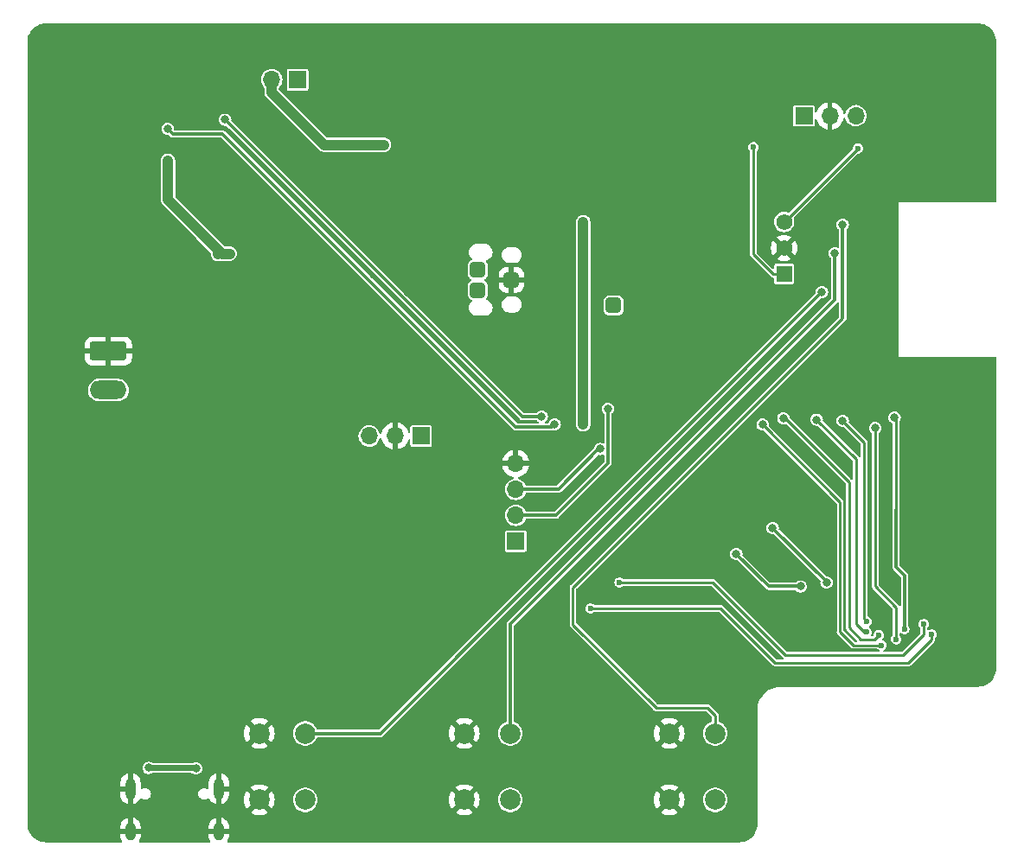
<source format=gbl>
G04 #@! TF.GenerationSoftware,KiCad,Pcbnew,7.0.8*
G04 #@! TF.CreationDate,2023-12-17T13:49:59+01:00*
G04 #@! TF.ProjectId,ePaper_timetable,65506170-6572-45f7-9469-6d657461626c,rev?*
G04 #@! TF.SameCoordinates,Original*
G04 #@! TF.FileFunction,Copper,L2,Bot*
G04 #@! TF.FilePolarity,Positive*
%FSLAX46Y46*%
G04 Gerber Fmt 4.6, Leading zero omitted, Abs format (unit mm)*
G04 Created by KiCad (PCBNEW 7.0.8) date 2023-12-17 13:49:59*
%MOMM*%
%LPD*%
G01*
G04 APERTURE LIST*
G04 Aperture macros list*
%AMRoundRect*
0 Rectangle with rounded corners*
0 $1 Rounding radius*
0 $2 $3 $4 $5 $6 $7 $8 $9 X,Y pos of 4 corners*
0 Add a 4 corners polygon primitive as box body*
4,1,4,$2,$3,$4,$5,$6,$7,$8,$9,$2,$3,0*
0 Add four circle primitives for the rounded corners*
1,1,$1+$1,$2,$3*
1,1,$1+$1,$4,$5*
1,1,$1+$1,$6,$7*
1,1,$1+$1,$8,$9*
0 Add four rect primitives between the rounded corners*
20,1,$1+$1,$2,$3,$4,$5,0*
20,1,$1+$1,$4,$5,$6,$7,0*
20,1,$1+$1,$6,$7,$8,$9,0*
20,1,$1+$1,$8,$9,$2,$3,0*%
G04 Aperture macros list end*
G04 #@! TA.AperFunction,ComponentPad*
%ADD10R,1.574800X1.574800*%
G04 #@! TD*
G04 #@! TA.AperFunction,ComponentPad*
%ADD11C,1.574800*%
G04 #@! TD*
G04 #@! TA.AperFunction,TestPad*
%ADD12RoundRect,0.300000X0.450000X-0.450000X0.450000X0.450000X-0.450000X0.450000X-0.450000X-0.450000X0*%
G04 #@! TD*
G04 #@! TA.AperFunction,ComponentPad*
%ADD13C,6.400000*%
G04 #@! TD*
G04 #@! TA.AperFunction,ComponentPad*
%ADD14R,1.700000X1.700000*%
G04 #@! TD*
G04 #@! TA.AperFunction,ComponentPad*
%ADD15O,1.700000X1.700000*%
G04 #@! TD*
G04 #@! TA.AperFunction,ComponentPad*
%ADD16O,1.000000X2.100000*%
G04 #@! TD*
G04 #@! TA.AperFunction,ComponentPad*
%ADD17O,1.000000X1.800000*%
G04 #@! TD*
G04 #@! TA.AperFunction,ComponentPad*
%ADD18RoundRect,0.250000X-1.550000X0.650000X-1.550000X-0.650000X1.550000X-0.650000X1.550000X0.650000X0*%
G04 #@! TD*
G04 #@! TA.AperFunction,ComponentPad*
%ADD19O,3.600000X1.800000*%
G04 #@! TD*
G04 #@! TA.AperFunction,ComponentPad*
%ADD20C,2.000000*%
G04 #@! TD*
G04 #@! TA.AperFunction,ViaPad*
%ADD21C,0.800000*%
G04 #@! TD*
G04 #@! TA.AperFunction,ViaPad*
%ADD22C,0.600000*%
G04 #@! TD*
G04 #@! TA.AperFunction,ViaPad*
%ADD23C,1.000000*%
G04 #@! TD*
G04 #@! TA.AperFunction,Conductor*
%ADD24C,0.300000*%
G04 #@! TD*
G04 #@! TA.AperFunction,Conductor*
%ADD25C,0.250000*%
G04 #@! TD*
G04 #@! TA.AperFunction,Conductor*
%ADD26C,1.000000*%
G04 #@! TD*
G04 #@! TA.AperFunction,Conductor*
%ADD27C,0.600000*%
G04 #@! TD*
G04 APERTURE END LIST*
D10*
X141590000Y-104139800D03*
D11*
X141590000Y-101599800D03*
X141590000Y-99059800D03*
D12*
X114890000Y-104724000D03*
X111590000Y-103724000D03*
X111590000Y-105724000D03*
X124890000Y-107224000D03*
D13*
X158750000Y-83185000D03*
X71120000Y-83185000D03*
X134620000Y-142240000D03*
D14*
X106045000Y-120015000D03*
D15*
X103505000Y-120015000D03*
X100965000Y-120015000D03*
D14*
X143525000Y-88646000D03*
D15*
X146065000Y-88646000D03*
X148605000Y-88646000D03*
D14*
X93960000Y-85115000D03*
D15*
X91420000Y-85115000D03*
D16*
X77595000Y-154570000D03*
D17*
X77595000Y-158750000D03*
D16*
X86235000Y-154570000D03*
D17*
X86235000Y-158750000D03*
D13*
X71120000Y-156210000D03*
D14*
X115316000Y-130326000D03*
D15*
X115316000Y-127786000D03*
X115316000Y-125246000D03*
X115316000Y-122706000D03*
D18*
X75438000Y-111688000D03*
D19*
X75438000Y-115498000D03*
D20*
X110272000Y-149150000D03*
X110272000Y-155650000D03*
X114772000Y-149150000D03*
X114772000Y-155650000D03*
X130338000Y-149150000D03*
X130338000Y-155650000D03*
X134838000Y-149150000D03*
X134838000Y-155650000D03*
X90206000Y-149150000D03*
X90206000Y-155650000D03*
X94706000Y-149150000D03*
X94706000Y-155650000D03*
D21*
X87833200Y-156591000D03*
X85090000Y-133350000D03*
X75869800Y-153136600D03*
X87630000Y-146050000D03*
X142646400Y-128447800D03*
X129844800Y-117729000D03*
X153670000Y-120650000D03*
X85013800Y-98399600D03*
X147447000Y-110490000D03*
X161772600Y-137261600D03*
X89535000Y-106045000D03*
X102870000Y-144780000D03*
X138404600Y-130175000D03*
X89535000Y-110490000D03*
X129184400Y-141097000D03*
X146380200Y-140284200D03*
X158750000Y-126695200D03*
X139827000Y-109220000D03*
X128143000Y-111709200D03*
X76835000Y-121285000D03*
X154381200Y-92100400D03*
X79375000Y-135255000D03*
X104013000Y-104140000D03*
X84455000Y-141605000D03*
X145135600Y-128524000D03*
X78486000Y-110134400D03*
X84632800Y-147269200D03*
X132384800Y-152958800D03*
X79959200Y-98501200D03*
X134213600Y-81737200D03*
X154559000Y-125349000D03*
X90601800Y-95910400D03*
X130911600Y-111760000D03*
X142240000Y-106680000D03*
X145491200Y-139141200D03*
X138709400Y-121005600D03*
X159588200Y-122580400D03*
X72059800Y-152120600D03*
X72593200Y-113588800D03*
X124460000Y-101600000D03*
X104140000Y-153492200D03*
X71805800Y-149606000D03*
X124460000Y-104267000D03*
X126085600Y-145491200D03*
X116967000Y-105918000D03*
X100025200Y-138328400D03*
X123875800Y-145440400D03*
X79375000Y-126365000D03*
X150368000Y-82169000D03*
X97688400Y-83108800D03*
X104089200Y-122428000D03*
X140614400Y-123063000D03*
X141732000Y-81280000D03*
X139649200Y-101625400D03*
X92456000Y-152400000D03*
X102997000Y-109220000D03*
X116763800Y-103124000D03*
X117500400Y-123850400D03*
X128422400Y-97840800D03*
X87630000Y-118745000D03*
X106553000Y-106680000D03*
X73660000Y-130810000D03*
X73660000Y-126365000D03*
X133477000Y-124460000D03*
X89535000Y-122555000D03*
X97790000Y-104140000D03*
X73660000Y-135255000D03*
X157353000Y-130810000D03*
X148717000Y-107950000D03*
X89535000Y-114935000D03*
X101904800Y-93040200D03*
X143484600Y-92100400D03*
X95250000Y-133350000D03*
X102362000Y-122351800D03*
X117322600Y-120853200D03*
X118160800Y-131089400D03*
X81915000Y-130175000D03*
X116332000Y-144780000D03*
X72567800Y-109677200D03*
X127203200Y-135712200D03*
X117805200Y-92252800D03*
X80010000Y-118745000D03*
X116763800Y-117170200D03*
X88468200Y-83185000D03*
X95885000Y-139700000D03*
X161747200Y-133121400D03*
X120726200Y-142087600D03*
X89027000Y-129540000D03*
X105918000Y-147320000D03*
X100203000Y-106680000D03*
X83185000Y-122555000D03*
X156235400Y-92202000D03*
X141097000Y-92125800D03*
X160426400Y-142646400D03*
X101625400Y-99999800D03*
X129540000Y-144780000D03*
X118008400Y-97688400D03*
X83820000Y-110490000D03*
X139217400Y-143713200D03*
X113157000Y-140335000D03*
X106680000Y-151130000D03*
X103657400Y-100101400D03*
X147193000Y-91236800D03*
X133731000Y-127381000D03*
X129540000Y-119380000D03*
X127431800Y-120319800D03*
X126492000Y-133121400D03*
X79781400Y-101676200D03*
X110490000Y-137160000D03*
X113030000Y-144780000D03*
X83185000Y-115570000D03*
X113766600Y-121132600D03*
X143738600Y-101574600D03*
X128244600Y-91694000D03*
X119380000Y-101600000D03*
X88188800Y-93827600D03*
X109474000Y-143637000D03*
X115189000Y-111836200D03*
X130860800Y-97840800D03*
X145084800Y-86106000D03*
X120954800Y-144729200D03*
X92710000Y-125857000D03*
X105410000Y-142240000D03*
X112420400Y-152323800D03*
X157124400Y-142290800D03*
X107594400Y-87604600D03*
X94615000Y-146050000D03*
X89204800Y-94640400D03*
X87706200Y-152527000D03*
X136448800Y-123063000D03*
X148717000Y-105410000D03*
X156591000Y-122224800D03*
X118465600Y-111988600D03*
X117983000Y-138430000D03*
X147193000Y-86106000D03*
X116027200Y-97713800D03*
X75819000Y-155930600D03*
X145211800Y-91363800D03*
X96647000Y-97282000D03*
X141859000Y-143637000D03*
X136575800Y-133299200D03*
X153670000Y-123190000D03*
X85725000Y-126365000D03*
X139573000Y-127254000D03*
X118922800Y-89458800D03*
X153543000Y-129667000D03*
X130937000Y-91948000D03*
X116154200Y-92151200D03*
X95885000Y-122555000D03*
X130505200Y-81788000D03*
X119507000Y-104140000D03*
X92760800Y-89382600D03*
X161340800Y-130987800D03*
X122834400Y-154000200D03*
X100838000Y-95351600D03*
X101600000Y-133350000D03*
X92710000Y-119380000D03*
X89763600Y-98044000D03*
X155600400Y-118186200D03*
X83820000Y-106045000D03*
X161290000Y-116840000D03*
X145734537Y-134364087D03*
X140462000Y-129032000D03*
X136906000Y-131572000D03*
X143194537Y-134747000D03*
D22*
X122631200Y-136906000D03*
X156021537Y-139446000D03*
X155259537Y-138430000D03*
X125476000Y-134366000D03*
D21*
X152400000Y-118211600D03*
D22*
X153365200Y-138938000D03*
D21*
X150495000Y-119227600D03*
D22*
X152552400Y-139928600D03*
D21*
X139471400Y-118897400D03*
D22*
X151104600Y-140512800D03*
D21*
X141503400Y-118287800D03*
D22*
X150850600Y-139522200D03*
D21*
X144780000Y-118414800D03*
D22*
X149656800Y-139217400D03*
X149689569Y-138194031D03*
D21*
X147320000Y-118516400D03*
X145288000Y-105918000D03*
X146558000Y-102108000D03*
X147320000Y-99314000D03*
X86868000Y-89027000D03*
X117856000Y-118110000D03*
X81229200Y-89916000D03*
X119126000Y-118872000D03*
X124333000Y-117348000D03*
X123571000Y-121285000D03*
D23*
X121920000Y-99060000D03*
X121920000Y-118872000D03*
X87310000Y-102155000D03*
X86156800Y-102184200D03*
X81268750Y-93052000D03*
X81254600Y-94132400D03*
D22*
X138582400Y-91719400D03*
X148798300Y-91851500D03*
D23*
X102423000Y-91487000D03*
D21*
X84010500Y-152590500D03*
X79375000Y-152527000D03*
D24*
X140462000Y-129032000D02*
X145734537Y-134304537D01*
X145734537Y-134364087D02*
X145734537Y-134304537D01*
X143194537Y-134747000D02*
X140081000Y-134747000D01*
X140081000Y-134747000D02*
X136906000Y-131572000D01*
D25*
X140716000Y-142240000D02*
X153735537Y-142240000D01*
X156021537Y-139954000D02*
X156021537Y-139446000D01*
X122631200Y-136906000D02*
X135382000Y-136906000D01*
X153735537Y-142240000D02*
X156021537Y-139954000D01*
X135382000Y-136906000D02*
X140716000Y-142240000D01*
X134620000Y-134366000D02*
X125476000Y-134366000D01*
X141732000Y-141478000D02*
X134620000Y-134366000D01*
X155259537Y-139446000D02*
X153227537Y-141478000D01*
X153227537Y-141478000D02*
X141732000Y-141478000D01*
X155259537Y-138430000D02*
X155259537Y-139446000D01*
X152527000Y-118338600D02*
X152527000Y-127254000D01*
D24*
X153365200Y-138938000D02*
X153365200Y-133654800D01*
X152527000Y-132816600D02*
X152527000Y-127254000D01*
D25*
X152400000Y-118211600D02*
X152527000Y-118338600D01*
D24*
X153365200Y-133654800D02*
X152527000Y-132816600D01*
D25*
X152552400Y-136804400D02*
X152552400Y-139928600D01*
X150495000Y-119227600D02*
X150495000Y-134747000D01*
X150495000Y-134747000D02*
X152552400Y-136804400D01*
X147066000Y-139192000D02*
X148386800Y-140512800D01*
X148386800Y-140512800D02*
X151104600Y-140512800D01*
X139471400Y-118897400D02*
X147066000Y-126492000D01*
X147066000Y-126492000D02*
X147066000Y-139192000D01*
X141732000Y-118287800D02*
X147955000Y-124510800D01*
X150418800Y-139954000D02*
X150850600Y-139522200D01*
X141503400Y-118287800D02*
X141732000Y-118287800D01*
X149098000Y-139954000D02*
X150418800Y-139954000D01*
X147955000Y-138811000D02*
X149098000Y-139954000D01*
X147955000Y-124510800D02*
X147955000Y-138811000D01*
X149402800Y-139217400D02*
X149656800Y-139217400D01*
X148655537Y-138470137D02*
X149402800Y-139217400D01*
X144780000Y-118414800D02*
X148655537Y-122290337D01*
X148655537Y-122290337D02*
X148655537Y-138470137D01*
X147320000Y-118516400D02*
X149417537Y-120613937D01*
X149417537Y-120613937D02*
X149417537Y-137921999D01*
X149417537Y-137921999D02*
X149689569Y-138194031D01*
D24*
X102056000Y-149150000D02*
X94706000Y-149150000D01*
X145288000Y-105918000D02*
X102056000Y-149150000D01*
X146558000Y-106680000D02*
X114772000Y-138466000D01*
X146558000Y-102108000D02*
X146558000Y-106680000D01*
X114772000Y-138466000D02*
X114772000Y-149150000D01*
D25*
X120904000Y-134874000D02*
X120904000Y-138480800D01*
X120904000Y-138480800D02*
X129082800Y-146659600D01*
X134112000Y-146659600D02*
X134838000Y-147385600D01*
D24*
X147320000Y-108458000D02*
X147320000Y-99314000D01*
D25*
X129082800Y-146659600D02*
X134112000Y-146659600D01*
X134838000Y-147385600D02*
X134838000Y-149150000D01*
X147320000Y-108458000D02*
X120904000Y-134874000D01*
D24*
X115951000Y-118110000D02*
X117856000Y-118110000D01*
X86868000Y-89027000D02*
X115951000Y-118110000D01*
X81737200Y-90424000D02*
X86614000Y-90424000D01*
X86614000Y-90424000D02*
X115316000Y-119126000D01*
X81229200Y-89916000D02*
X81737200Y-90424000D01*
X118872000Y-119126000D02*
X119126000Y-118872000D01*
X115316000Y-119126000D02*
X118872000Y-119126000D01*
X115316000Y-127786000D02*
X119229000Y-127786000D01*
X124333000Y-122682000D02*
X124333000Y-117348000D01*
X119229000Y-127786000D02*
X124333000Y-122682000D01*
X115340000Y-125222000D02*
X115316000Y-125246000D01*
X123571000Y-121285000D02*
X123444000Y-121285000D01*
X119507000Y-125222000D02*
X115340000Y-125222000D01*
X123444000Y-121285000D02*
X119507000Y-125222000D01*
D26*
X121920000Y-99060000D02*
X121920000Y-118872000D01*
X81268750Y-96875750D02*
X81268750Y-95097600D01*
X86156800Y-101763800D02*
X86156800Y-102184200D01*
X85579600Y-101186600D02*
X81268750Y-96875750D01*
X86548000Y-102155000D02*
X85579600Y-101186600D01*
X81268750Y-95097600D02*
X81268750Y-93052000D01*
X85579600Y-101186600D02*
X86156800Y-101763800D01*
X81268750Y-94146550D02*
X81254600Y-94132400D01*
X87310000Y-102155000D02*
X86548000Y-102155000D01*
X81268750Y-95097600D02*
X81268750Y-94146550D01*
D25*
X138582400Y-102235000D02*
X140487200Y-104139800D01*
X138582400Y-91719400D02*
X138582400Y-102235000D01*
X140487200Y-104139800D02*
X141590000Y-104139800D01*
X148798300Y-91851500D02*
X141590000Y-99059800D01*
D26*
X102423000Y-91487000D02*
X96567000Y-91487000D01*
X91420000Y-86340000D02*
X91420000Y-85115000D01*
X96567000Y-91487000D02*
X91420000Y-86340000D01*
D27*
X83947000Y-152527000D02*
X84010500Y-152590500D01*
X79375000Y-152527000D02*
X83947000Y-152527000D01*
G04 #@! TA.AperFunction,Conductor*
G36*
X160529617Y-79575606D02*
G01*
X160763820Y-79590956D01*
X160770241Y-79591802D01*
X160998843Y-79637274D01*
X161005103Y-79638951D01*
X161225807Y-79713870D01*
X161231789Y-79716347D01*
X161337668Y-79768560D01*
X161440837Y-79819438D01*
X161446451Y-79822679D01*
X161640248Y-79952170D01*
X161645387Y-79956113D01*
X161726968Y-80027658D01*
X161820624Y-80109792D01*
X161825207Y-80114375D01*
X161978883Y-80289608D01*
X161982829Y-80294751D01*
X162112320Y-80488548D01*
X162115561Y-80494162D01*
X162218649Y-80703203D01*
X162221129Y-80709192D01*
X162296048Y-80929896D01*
X162297725Y-80936156D01*
X162343197Y-81164758D01*
X162344043Y-81171184D01*
X162359394Y-81405381D01*
X162359500Y-81408620D01*
X162359500Y-97056000D01*
X162340593Y-97114191D01*
X162291093Y-97150155D01*
X162260500Y-97155000D01*
X152781000Y-97155000D01*
X152781000Y-112268000D01*
X162260500Y-112268000D01*
X162318691Y-112286907D01*
X162354655Y-112336407D01*
X162359500Y-112367000D01*
X162359500Y-142746379D01*
X162359394Y-142749618D01*
X162344043Y-142983815D01*
X162343197Y-142990241D01*
X162297725Y-143218843D01*
X162296048Y-143225103D01*
X162221129Y-143445807D01*
X162218649Y-143451796D01*
X162115561Y-143660837D01*
X162112320Y-143666451D01*
X161982829Y-143860248D01*
X161978883Y-143865391D01*
X161825207Y-144040624D01*
X161820624Y-144045207D01*
X161645391Y-144198883D01*
X161640248Y-144202829D01*
X161446451Y-144332320D01*
X161440837Y-144335561D01*
X161231796Y-144438649D01*
X161225807Y-144441129D01*
X161005103Y-144516048D01*
X160998843Y-144517725D01*
X160770241Y-144563197D01*
X160763815Y-144564043D01*
X160547246Y-144578238D01*
X160529616Y-144579394D01*
X160526379Y-144579500D01*
X141263882Y-144579500D01*
X141224000Y-144579500D01*
X141088959Y-144579500D01*
X141088954Y-144579500D01*
X141088947Y-144579501D01*
X140820855Y-144612052D01*
X140820840Y-144612054D01*
X140558615Y-144676687D01*
X140306079Y-144772462D01*
X140066927Y-144897978D01*
X140066926Y-144897979D01*
X139844672Y-145051389D01*
X139844653Y-145051404D01*
X139642503Y-145230493D01*
X139642493Y-145230503D01*
X139463404Y-145432653D01*
X139463389Y-145432672D01*
X139309979Y-145654926D01*
X139309978Y-145654927D01*
X139184462Y-145894079D01*
X139088687Y-146146615D01*
X139024054Y-146408840D01*
X139024052Y-146408855D01*
X138991501Y-146676947D01*
X138991500Y-146676964D01*
X138991500Y-157986379D01*
X138991394Y-157989618D01*
X138976043Y-158223815D01*
X138975197Y-158230241D01*
X138929725Y-158458843D01*
X138928048Y-158465103D01*
X138853129Y-158685807D01*
X138850649Y-158691796D01*
X138747561Y-158900837D01*
X138744320Y-158906451D01*
X138614829Y-159100248D01*
X138610883Y-159105391D01*
X138457207Y-159280624D01*
X138452624Y-159285207D01*
X138277391Y-159438883D01*
X138272248Y-159442829D01*
X138078451Y-159572320D01*
X138072837Y-159575561D01*
X137863796Y-159678649D01*
X137857807Y-159681129D01*
X137637103Y-159756048D01*
X137630843Y-159757725D01*
X137402241Y-159803197D01*
X137395815Y-159804043D01*
X137187920Y-159817670D01*
X137161616Y-159819394D01*
X137158379Y-159819500D01*
X87176918Y-159819500D01*
X87118727Y-159800593D01*
X87082763Y-159751093D01*
X87082763Y-159689907D01*
X87095663Y-159663944D01*
X87113851Y-159637812D01*
X87113857Y-159637801D01*
X87194060Y-159450905D01*
X87194061Y-159450902D01*
X87234999Y-159251696D01*
X87235000Y-159251689D01*
X87235000Y-159000001D01*
X87234999Y-159000000D01*
X86535000Y-159000000D01*
X86535000Y-158500000D01*
X87234999Y-158500000D01*
X87235000Y-158499999D01*
X87235000Y-158299286D01*
X87219581Y-158147664D01*
X87219580Y-158147662D01*
X87158696Y-157953608D01*
X87158695Y-157953607D01*
X87060002Y-157775795D01*
X87059991Y-157775780D01*
X86927525Y-157621474D01*
X86927513Y-157621463D01*
X86766693Y-157496980D01*
X86766691Y-157496979D01*
X86584097Y-157407413D01*
X86485000Y-157381754D01*
X86485000Y-158183889D01*
X86460543Y-158144390D01*
X86371038Y-158076799D01*
X86263160Y-158046105D01*
X86151479Y-158056454D01*
X86051078Y-158106448D01*
X85985000Y-158178930D01*
X85985000Y-157376633D01*
X85984999Y-157376632D01*
X85983059Y-157376930D01*
X85983058Y-157376930D01*
X85792333Y-157447566D01*
X85619735Y-157555147D01*
X85619729Y-157555152D01*
X85472330Y-157695266D01*
X85356148Y-157862187D01*
X85356142Y-157862198D01*
X85275939Y-158049094D01*
X85275938Y-158049097D01*
X85235000Y-158248303D01*
X85235000Y-158499999D01*
X85235001Y-158500000D01*
X85935000Y-158500000D01*
X85935000Y-159000000D01*
X85235001Y-159000000D01*
X85235000Y-159000001D01*
X85235000Y-159200713D01*
X85250418Y-159352335D01*
X85250419Y-159352337D01*
X85311303Y-159546391D01*
X85311304Y-159546392D01*
X85381275Y-159672455D01*
X85392984Y-159732509D01*
X85367157Y-159787977D01*
X85313660Y-159817670D01*
X85294715Y-159819500D01*
X78536918Y-159819500D01*
X78478727Y-159800593D01*
X78442763Y-159751093D01*
X78442763Y-159689907D01*
X78455663Y-159663944D01*
X78473851Y-159637812D01*
X78473857Y-159637801D01*
X78554060Y-159450905D01*
X78554061Y-159450902D01*
X78594999Y-159251696D01*
X78595000Y-159251689D01*
X78595000Y-159000001D01*
X78594999Y-159000000D01*
X77895000Y-159000000D01*
X77895000Y-158500000D01*
X78594999Y-158500000D01*
X78595000Y-158499999D01*
X78595000Y-158299286D01*
X78579581Y-158147664D01*
X78579580Y-158147662D01*
X78518696Y-157953608D01*
X78518695Y-157953607D01*
X78420002Y-157775795D01*
X78419991Y-157775780D01*
X78287525Y-157621474D01*
X78287513Y-157621463D01*
X78126693Y-157496980D01*
X78126691Y-157496979D01*
X77944097Y-157407413D01*
X77845000Y-157381754D01*
X77845000Y-158183889D01*
X77820543Y-158144390D01*
X77731038Y-158076799D01*
X77623160Y-158046105D01*
X77511479Y-158056454D01*
X77411078Y-158106448D01*
X77345000Y-158178930D01*
X77345000Y-157376633D01*
X77344999Y-157376632D01*
X77343059Y-157376930D01*
X77343058Y-157376930D01*
X77152333Y-157447566D01*
X76979735Y-157555147D01*
X76979729Y-157555152D01*
X76832330Y-157695266D01*
X76716148Y-157862187D01*
X76716142Y-157862198D01*
X76635939Y-158049094D01*
X76635938Y-158049097D01*
X76595000Y-158248303D01*
X76595000Y-158499999D01*
X76595001Y-158500000D01*
X77295000Y-158500000D01*
X77295000Y-159000000D01*
X76595001Y-159000000D01*
X76595000Y-159000001D01*
X76595000Y-159200713D01*
X76610418Y-159352335D01*
X76610419Y-159352337D01*
X76671303Y-159546391D01*
X76671304Y-159546392D01*
X76741275Y-159672455D01*
X76752984Y-159732509D01*
X76727157Y-159787977D01*
X76673660Y-159817670D01*
X76654715Y-159819500D01*
X69343621Y-159819500D01*
X69340383Y-159819394D01*
X69314080Y-159817670D01*
X69106184Y-159804043D01*
X69099758Y-159803197D01*
X68871156Y-159757725D01*
X68864896Y-159756048D01*
X68644192Y-159681129D01*
X68638203Y-159678649D01*
X68429162Y-159575561D01*
X68423548Y-159572320D01*
X68229751Y-159442829D01*
X68224608Y-159438883D01*
X68125922Y-159352337D01*
X68049372Y-159285204D01*
X68044792Y-159280624D01*
X68026924Y-159260250D01*
X67891113Y-159105387D01*
X67887170Y-159100248D01*
X67757679Y-158906451D01*
X67754438Y-158900837D01*
X67703560Y-158797668D01*
X67651347Y-158691789D01*
X67648870Y-158685807D01*
X67573951Y-158465103D01*
X67572274Y-158458843D01*
X67526802Y-158230241D01*
X67525956Y-158223815D01*
X67520750Y-158144390D01*
X67510606Y-157989617D01*
X67510500Y-157986379D01*
X67510500Y-155170713D01*
X76595000Y-155170713D01*
X76610418Y-155322335D01*
X76610419Y-155322337D01*
X76671303Y-155516391D01*
X76671304Y-155516392D01*
X76769997Y-155694204D01*
X76770008Y-155694219D01*
X76902474Y-155848525D01*
X76902486Y-155848536D01*
X77063306Y-155973019D01*
X77063308Y-155973020D01*
X77245902Y-156062586D01*
X77345000Y-156088244D01*
X77345000Y-155286110D01*
X77369457Y-155325610D01*
X77458962Y-155393201D01*
X77566840Y-155423895D01*
X77678521Y-155413546D01*
X77778922Y-155363552D01*
X77845000Y-155291069D01*
X77845000Y-156093365D01*
X77846941Y-156093069D01*
X78037666Y-156022433D01*
X78210264Y-155914852D01*
X78210270Y-155914847D01*
X78357669Y-155774733D01*
X78473851Y-155607812D01*
X78473858Y-155607798D01*
X78499603Y-155547806D01*
X78539925Y-155501787D01*
X78599596Y-155488257D01*
X78650847Y-155508303D01*
X78734767Y-155572698D01*
X78874764Y-155630687D01*
X78987280Y-155645500D01*
X78987281Y-155645500D01*
X79062719Y-155645500D01*
X79062720Y-155645500D01*
X79175236Y-155630687D01*
X79315233Y-155572698D01*
X79435451Y-155480451D01*
X79527698Y-155360233D01*
X79585687Y-155220236D01*
X79605466Y-155070000D01*
X84224534Y-155070000D01*
X84243553Y-155214469D01*
X84244313Y-155220236D01*
X84302302Y-155360233D01*
X84394549Y-155480451D01*
X84514767Y-155572698D01*
X84654764Y-155630687D01*
X84767280Y-155645500D01*
X84767281Y-155645500D01*
X84842719Y-155645500D01*
X84842720Y-155645500D01*
X84955236Y-155630687D01*
X85095233Y-155572698D01*
X85177582Y-155509508D01*
X85235258Y-155489084D01*
X85293924Y-155506461D01*
X85324410Y-155540005D01*
X85409997Y-155694204D01*
X85410008Y-155694219D01*
X85542474Y-155848525D01*
X85542486Y-155848536D01*
X85703306Y-155973019D01*
X85703308Y-155973020D01*
X85885902Y-156062586D01*
X85985000Y-156088244D01*
X85985000Y-155286110D01*
X86009457Y-155325610D01*
X86098962Y-155393201D01*
X86206840Y-155423895D01*
X86318521Y-155413546D01*
X86418922Y-155363552D01*
X86485000Y-155291069D01*
X86485000Y-156093365D01*
X86486941Y-156093069D01*
X86677666Y-156022433D01*
X86850264Y-155914852D01*
X86850270Y-155914847D01*
X86997669Y-155774733D01*
X87084487Y-155650000D01*
X88700859Y-155650000D01*
X88721386Y-155897736D01*
X88782412Y-156138719D01*
X88882265Y-156366363D01*
X88882270Y-156366372D01*
X88982563Y-156519881D01*
X89680070Y-155822373D01*
X89682884Y-155835915D01*
X89752442Y-155970156D01*
X89855638Y-156080652D01*
X89984819Y-156159209D01*
X90036002Y-156173550D01*
X89335942Y-156873610D01*
X89382768Y-156910054D01*
X89601388Y-157028366D01*
X89836513Y-157109084D01*
X90081706Y-157150000D01*
X90330294Y-157150000D01*
X90575486Y-157109084D01*
X90810611Y-157028366D01*
X91029234Y-156910053D01*
X91029237Y-156910051D01*
X91076056Y-156873610D01*
X90377568Y-156175121D01*
X90494458Y-156124349D01*
X90611739Y-156028934D01*
X90698928Y-155905415D01*
X90729355Y-155819801D01*
X91429435Y-156519881D01*
X91529729Y-156366372D01*
X91529734Y-156366363D01*
X91629587Y-156138719D01*
X91690613Y-155897736D01*
X91711140Y-155650000D01*
X93500357Y-155650000D01*
X93520885Y-155871536D01*
X93581771Y-156085528D01*
X93680942Y-156284689D01*
X93815019Y-156462236D01*
X93979438Y-156612124D01*
X94168599Y-156729247D01*
X94376060Y-156809618D01*
X94594757Y-156850500D01*
X94817243Y-156850500D01*
X95035940Y-156809618D01*
X95243401Y-156729247D01*
X95432562Y-156612124D01*
X95596981Y-156462236D01*
X95731058Y-156284689D01*
X95830229Y-156085528D01*
X95891115Y-155871536D01*
X95911643Y-155650000D01*
X108766859Y-155650000D01*
X108787386Y-155897736D01*
X108848412Y-156138719D01*
X108948265Y-156366363D01*
X108948270Y-156366372D01*
X109048563Y-156519881D01*
X109746070Y-155822373D01*
X109748884Y-155835915D01*
X109818442Y-155970156D01*
X109921638Y-156080652D01*
X110050819Y-156159209D01*
X110102002Y-156173550D01*
X109401942Y-156873610D01*
X109448768Y-156910054D01*
X109667388Y-157028366D01*
X109902513Y-157109084D01*
X110147706Y-157150000D01*
X110396294Y-157150000D01*
X110641486Y-157109084D01*
X110876611Y-157028366D01*
X111095234Y-156910053D01*
X111095237Y-156910051D01*
X111142056Y-156873610D01*
X110443568Y-156175121D01*
X110560458Y-156124349D01*
X110677739Y-156028934D01*
X110764928Y-155905415D01*
X110795355Y-155819801D01*
X111495435Y-156519881D01*
X111595729Y-156366372D01*
X111595734Y-156366363D01*
X111695587Y-156138719D01*
X111756613Y-155897736D01*
X111777140Y-155650000D01*
X113566357Y-155650000D01*
X113586885Y-155871536D01*
X113647771Y-156085528D01*
X113746942Y-156284689D01*
X113881019Y-156462236D01*
X114045438Y-156612124D01*
X114234599Y-156729247D01*
X114442060Y-156809618D01*
X114660757Y-156850500D01*
X114883243Y-156850500D01*
X115101940Y-156809618D01*
X115309401Y-156729247D01*
X115498562Y-156612124D01*
X115662981Y-156462236D01*
X115797058Y-156284689D01*
X115896229Y-156085528D01*
X115957115Y-155871536D01*
X115977643Y-155650000D01*
X128832859Y-155650000D01*
X128853386Y-155897736D01*
X128914412Y-156138719D01*
X129014265Y-156366363D01*
X129014270Y-156366372D01*
X129114563Y-156519881D01*
X129812070Y-155822373D01*
X129814884Y-155835915D01*
X129884442Y-155970156D01*
X129987638Y-156080652D01*
X130116819Y-156159209D01*
X130168002Y-156173550D01*
X129467942Y-156873610D01*
X129514768Y-156910054D01*
X129733388Y-157028366D01*
X129968513Y-157109084D01*
X130213706Y-157150000D01*
X130462294Y-157150000D01*
X130707486Y-157109084D01*
X130942611Y-157028366D01*
X131161234Y-156910053D01*
X131161237Y-156910051D01*
X131208057Y-156873610D01*
X130509568Y-156175121D01*
X130626458Y-156124349D01*
X130743739Y-156028934D01*
X130830928Y-155905415D01*
X130861355Y-155819801D01*
X131561435Y-156519881D01*
X131661729Y-156366372D01*
X131661734Y-156366363D01*
X131761587Y-156138719D01*
X131822613Y-155897736D01*
X131843140Y-155650000D01*
X133632357Y-155650000D01*
X133652885Y-155871536D01*
X133713771Y-156085528D01*
X133812942Y-156284689D01*
X133947019Y-156462236D01*
X134111438Y-156612124D01*
X134300599Y-156729247D01*
X134508060Y-156809618D01*
X134726757Y-156850500D01*
X134949243Y-156850500D01*
X135167940Y-156809618D01*
X135375401Y-156729247D01*
X135564562Y-156612124D01*
X135728981Y-156462236D01*
X135863058Y-156284689D01*
X135962229Y-156085528D01*
X136023115Y-155871536D01*
X136043643Y-155650000D01*
X136023115Y-155428464D01*
X135962229Y-155214472D01*
X135863058Y-155015311D01*
X135728981Y-154837764D01*
X135564562Y-154687876D01*
X135375401Y-154570753D01*
X135167940Y-154490382D01*
X135167939Y-154490381D01*
X135167937Y-154490381D01*
X134949243Y-154449500D01*
X134726757Y-154449500D01*
X134508062Y-154490381D01*
X134459191Y-154509314D01*
X134300599Y-154570753D01*
X134157191Y-154659547D01*
X134111438Y-154687876D01*
X133947020Y-154837763D01*
X133812943Y-155015309D01*
X133812938Y-155015318D01*
X133732888Y-155176080D01*
X133713771Y-155214472D01*
X133652885Y-155428464D01*
X133632357Y-155650000D01*
X131843140Y-155650000D01*
X131822613Y-155402263D01*
X131761587Y-155161280D01*
X131661734Y-154933636D01*
X131661729Y-154933627D01*
X131561435Y-154780117D01*
X130863929Y-155477622D01*
X130861116Y-155464085D01*
X130791558Y-155329844D01*
X130688362Y-155219348D01*
X130559181Y-155140791D01*
X130507994Y-155126449D01*
X131208056Y-154426388D01*
X131161232Y-154389945D01*
X130942611Y-154271633D01*
X130707486Y-154190915D01*
X130462294Y-154150000D01*
X130213706Y-154150000D01*
X129968513Y-154190915D01*
X129733388Y-154271633D01*
X129514765Y-154389947D01*
X129514764Y-154389947D01*
X129467942Y-154426388D01*
X130166432Y-155124878D01*
X130049542Y-155175651D01*
X129932261Y-155271066D01*
X129845072Y-155394585D01*
X129814644Y-155480198D01*
X129114564Y-154780118D01*
X129014268Y-154933632D01*
X128914412Y-155161283D01*
X128853386Y-155402263D01*
X128832859Y-155650000D01*
X115977643Y-155650000D01*
X115957115Y-155428464D01*
X115896229Y-155214472D01*
X115797058Y-155015311D01*
X115662981Y-154837764D01*
X115498562Y-154687876D01*
X115309401Y-154570753D01*
X115101940Y-154490382D01*
X115101939Y-154490381D01*
X115101937Y-154490381D01*
X114883243Y-154449500D01*
X114660757Y-154449500D01*
X114442062Y-154490381D01*
X114393191Y-154509314D01*
X114234599Y-154570753D01*
X114091191Y-154659547D01*
X114045438Y-154687876D01*
X113881020Y-154837763D01*
X113746943Y-155015309D01*
X113746938Y-155015318D01*
X113666888Y-155176080D01*
X113647771Y-155214472D01*
X113586885Y-155428464D01*
X113566357Y-155650000D01*
X111777140Y-155650000D01*
X111756613Y-155402263D01*
X111695587Y-155161280D01*
X111595734Y-154933636D01*
X111595729Y-154933627D01*
X111495435Y-154780117D01*
X110797929Y-155477622D01*
X110795116Y-155464085D01*
X110725558Y-155329844D01*
X110622362Y-155219348D01*
X110493181Y-155140791D01*
X110441994Y-155126449D01*
X111142056Y-154426388D01*
X111095232Y-154389945D01*
X110876611Y-154271633D01*
X110641486Y-154190915D01*
X110396294Y-154150000D01*
X110147706Y-154150000D01*
X109902513Y-154190915D01*
X109667388Y-154271633D01*
X109448765Y-154389947D01*
X109448764Y-154389947D01*
X109401942Y-154426388D01*
X110100432Y-155124878D01*
X109983542Y-155175651D01*
X109866261Y-155271066D01*
X109779072Y-155394585D01*
X109748644Y-155480198D01*
X109048564Y-154780118D01*
X108948268Y-154933632D01*
X108848412Y-155161283D01*
X108787386Y-155402263D01*
X108766859Y-155650000D01*
X95911643Y-155650000D01*
X95891115Y-155428464D01*
X95830229Y-155214472D01*
X95731058Y-155015311D01*
X95596981Y-154837764D01*
X95432562Y-154687876D01*
X95243401Y-154570753D01*
X95035940Y-154490382D01*
X95035939Y-154490381D01*
X95035937Y-154490381D01*
X94817243Y-154449500D01*
X94594757Y-154449500D01*
X94376062Y-154490381D01*
X94327191Y-154509314D01*
X94168599Y-154570753D01*
X94025191Y-154659547D01*
X93979438Y-154687876D01*
X93815020Y-154837763D01*
X93680943Y-155015309D01*
X93680938Y-155015318D01*
X93600888Y-155176080D01*
X93581771Y-155214472D01*
X93520885Y-155428464D01*
X93500357Y-155650000D01*
X91711140Y-155650000D01*
X91690613Y-155402263D01*
X91629587Y-155161280D01*
X91529734Y-154933636D01*
X91529729Y-154933627D01*
X91429435Y-154780117D01*
X90731929Y-155477622D01*
X90729116Y-155464085D01*
X90659558Y-155329844D01*
X90556362Y-155219348D01*
X90427181Y-155140791D01*
X90375994Y-155126449D01*
X91076056Y-154426388D01*
X91029232Y-154389945D01*
X90810611Y-154271633D01*
X90575486Y-154190915D01*
X90330294Y-154150000D01*
X90081706Y-154150000D01*
X89836513Y-154190915D01*
X89601388Y-154271633D01*
X89382765Y-154389947D01*
X89382764Y-154389947D01*
X89335942Y-154426388D01*
X90034432Y-155124878D01*
X89917542Y-155175651D01*
X89800261Y-155271066D01*
X89713072Y-155394585D01*
X89682644Y-155480198D01*
X88982564Y-154780118D01*
X88882268Y-154933632D01*
X88782412Y-155161283D01*
X88721386Y-155402263D01*
X88700859Y-155650000D01*
X87084487Y-155650000D01*
X87113851Y-155607812D01*
X87113857Y-155607801D01*
X87194060Y-155420905D01*
X87194061Y-155420902D01*
X87234999Y-155221696D01*
X87235000Y-155221689D01*
X87235000Y-154820001D01*
X87234999Y-154820000D01*
X86535000Y-154820000D01*
X86535000Y-154320000D01*
X87234999Y-154320000D01*
X87235000Y-154319999D01*
X87235000Y-153969286D01*
X87219581Y-153817664D01*
X87219580Y-153817662D01*
X87158696Y-153623608D01*
X87158695Y-153623607D01*
X87060002Y-153445795D01*
X87059991Y-153445780D01*
X86927525Y-153291474D01*
X86927513Y-153291463D01*
X86766693Y-153166980D01*
X86766691Y-153166979D01*
X86584097Y-153077413D01*
X86485000Y-153051754D01*
X86485000Y-153853889D01*
X86460543Y-153814390D01*
X86371038Y-153746799D01*
X86263160Y-153716105D01*
X86151479Y-153726454D01*
X86051078Y-153776448D01*
X85985000Y-153848930D01*
X85985000Y-153046633D01*
X85984999Y-153046632D01*
X85983059Y-153046930D01*
X85983058Y-153046930D01*
X85792333Y-153117566D01*
X85619735Y-153225147D01*
X85619729Y-153225152D01*
X85472330Y-153365266D01*
X85356148Y-153532187D01*
X85356142Y-153532198D01*
X85275939Y-153719094D01*
X85275938Y-153719097D01*
X85235000Y-153918303D01*
X85235000Y-154477031D01*
X85216093Y-154535222D01*
X85166593Y-154571186D01*
X85105407Y-154571186D01*
X85098114Y-154568495D01*
X84955238Y-154509314D01*
X84955240Y-154509314D01*
X84955236Y-154509313D01*
X84955234Y-154509312D01*
X84955232Y-154509312D01*
X84842720Y-154494500D01*
X84767280Y-154494500D01*
X84767279Y-154494500D01*
X84654767Y-154509312D01*
X84654761Y-154509314D01*
X84514768Y-154567301D01*
X84394551Y-154659547D01*
X84394547Y-154659551D01*
X84302301Y-154779768D01*
X84244314Y-154919761D01*
X84244312Y-154919767D01*
X84224534Y-155069999D01*
X84224534Y-155070000D01*
X79605466Y-155070000D01*
X79585687Y-154919764D01*
X79527698Y-154779767D01*
X79435451Y-154659549D01*
X79315233Y-154567302D01*
X79175236Y-154509313D01*
X79175234Y-154509312D01*
X79175232Y-154509312D01*
X79062720Y-154494500D01*
X78987280Y-154494500D01*
X78987279Y-154494500D01*
X78874767Y-154509312D01*
X78874761Y-154509314D01*
X78731886Y-154568495D01*
X78670889Y-154573296D01*
X78618720Y-154541326D01*
X78595305Y-154484798D01*
X78595000Y-154477031D01*
X78595000Y-153969286D01*
X78579581Y-153817664D01*
X78579580Y-153817662D01*
X78518696Y-153623608D01*
X78518695Y-153623607D01*
X78420002Y-153445795D01*
X78419991Y-153445780D01*
X78287525Y-153291474D01*
X78287513Y-153291463D01*
X78126693Y-153166980D01*
X78126691Y-153166979D01*
X77944097Y-153077413D01*
X77845000Y-153051754D01*
X77845000Y-153853889D01*
X77820543Y-153814390D01*
X77731038Y-153746799D01*
X77623160Y-153716105D01*
X77511479Y-153726454D01*
X77411078Y-153776448D01*
X77345000Y-153848930D01*
X77345000Y-153046633D01*
X77344999Y-153046632D01*
X77343059Y-153046930D01*
X77343058Y-153046930D01*
X77152333Y-153117566D01*
X76979735Y-153225147D01*
X76979729Y-153225152D01*
X76832330Y-153365266D01*
X76716148Y-153532187D01*
X76716142Y-153532198D01*
X76635939Y-153719094D01*
X76635938Y-153719097D01*
X76595000Y-153918303D01*
X76595000Y-154319999D01*
X76595001Y-154320000D01*
X77295000Y-154320000D01*
X77295000Y-154820000D01*
X76595001Y-154820000D01*
X76595000Y-154820001D01*
X76595000Y-155170713D01*
X67510500Y-155170713D01*
X67510500Y-152527000D01*
X78769318Y-152527000D01*
X78789955Y-152683758D01*
X78789957Y-152683766D01*
X78850462Y-152829838D01*
X78850462Y-152829839D01*
X78899189Y-152893341D01*
X78946718Y-152955282D01*
X79072159Y-153051536D01*
X79072160Y-153051536D01*
X79072161Y-153051537D01*
X79218233Y-153112042D01*
X79218238Y-153112044D01*
X79335809Y-153127522D01*
X79374999Y-153132682D01*
X79375000Y-153132682D01*
X79375001Y-153132682D01*
X79406352Y-153128554D01*
X79531762Y-153112044D01*
X79677841Y-153051536D01*
X79679118Y-153050555D01*
X79682506Y-153047957D01*
X79740182Y-153027534D01*
X79742772Y-153027500D01*
X83559974Y-153027500D01*
X83618165Y-153046407D01*
X83620217Y-153047939D01*
X83707659Y-153115036D01*
X83853738Y-153175544D01*
X83971309Y-153191022D01*
X84010499Y-153196182D01*
X84010500Y-153196182D01*
X84010501Y-153196182D01*
X84041852Y-153192054D01*
X84167262Y-153175544D01*
X84313341Y-153115036D01*
X84438782Y-153018782D01*
X84535036Y-152893341D01*
X84595544Y-152747262D01*
X84616182Y-152590500D01*
X84595544Y-152433738D01*
X84569243Y-152370241D01*
X84535037Y-152287661D01*
X84535037Y-152287660D01*
X84438786Y-152162223D01*
X84438785Y-152162222D01*
X84438782Y-152162218D01*
X84438777Y-152162214D01*
X84438776Y-152162213D01*
X84313338Y-152065962D01*
X84167266Y-152005457D01*
X84167258Y-152005455D01*
X84010501Y-151984818D01*
X84010499Y-151984818D01*
X83853741Y-152005455D01*
X83853733Y-152005457D01*
X83821126Y-152018964D01*
X83783241Y-152026500D01*
X79742772Y-152026500D01*
X79684581Y-152007593D01*
X79682506Y-152006043D01*
X79677842Y-152002464D01*
X79677838Y-152002462D01*
X79531766Y-151941957D01*
X79531758Y-151941955D01*
X79375001Y-151921318D01*
X79374999Y-151921318D01*
X79218241Y-151941955D01*
X79218233Y-151941957D01*
X79072161Y-152002462D01*
X79072160Y-152002462D01*
X78946723Y-152098713D01*
X78946713Y-152098723D01*
X78850462Y-152224160D01*
X78850462Y-152224161D01*
X78789957Y-152370233D01*
X78789955Y-152370241D01*
X78769318Y-152526999D01*
X78769318Y-152527000D01*
X67510500Y-152527000D01*
X67510500Y-149150000D01*
X88700859Y-149150000D01*
X88721386Y-149397736D01*
X88782412Y-149638719D01*
X88882265Y-149866363D01*
X88882270Y-149866372D01*
X88982563Y-150019881D01*
X89680070Y-149322373D01*
X89682884Y-149335915D01*
X89752442Y-149470156D01*
X89855638Y-149580652D01*
X89984819Y-149659209D01*
X90036002Y-149673550D01*
X89335942Y-150373610D01*
X89382768Y-150410054D01*
X89601388Y-150528366D01*
X89836513Y-150609084D01*
X90081706Y-150650000D01*
X90330294Y-150650000D01*
X90575486Y-150609084D01*
X90810611Y-150528366D01*
X91029234Y-150410053D01*
X91029237Y-150410051D01*
X91076056Y-150373610D01*
X90377568Y-149675121D01*
X90494458Y-149624349D01*
X90611739Y-149528934D01*
X90698928Y-149405415D01*
X90729355Y-149319801D01*
X91429435Y-150019881D01*
X91529729Y-149866372D01*
X91529734Y-149866363D01*
X91629587Y-149638719D01*
X91690613Y-149397736D01*
X91711140Y-149150000D01*
X93500357Y-149150000D01*
X93520885Y-149371536D01*
X93581771Y-149585528D01*
X93680942Y-149784689D01*
X93815019Y-149962236D01*
X93979438Y-150112124D01*
X94168599Y-150229247D01*
X94376060Y-150309618D01*
X94594757Y-150350500D01*
X94817243Y-150350500D01*
X95035940Y-150309618D01*
X95243401Y-150229247D01*
X95432562Y-150112124D01*
X95596981Y-149962236D01*
X95731058Y-149784689D01*
X95830229Y-149585528D01*
X95833963Y-149572406D01*
X95868074Y-149521611D01*
X95925526Y-149500568D01*
X95929183Y-149500500D01*
X102009381Y-149500500D01*
X102029696Y-149502607D01*
X102031844Y-149503057D01*
X102041315Y-149505043D01*
X102074712Y-149500879D01*
X102080837Y-149500500D01*
X102085041Y-149500500D01*
X102095790Y-149498706D01*
X102106540Y-149496912D01*
X102157393Y-149490573D01*
X102157396Y-149490571D01*
X102164429Y-149488477D01*
X102171377Y-149486092D01*
X102171381Y-149486092D01*
X102216444Y-149461704D01*
X102262484Y-149439198D01*
X102268470Y-149434923D01*
X102274256Y-149430420D01*
X102308957Y-149392724D01*
X102551681Y-149150000D01*
X108766859Y-149150000D01*
X108787386Y-149397736D01*
X108848412Y-149638719D01*
X108948265Y-149866363D01*
X108948270Y-149866372D01*
X109048563Y-150019881D01*
X109746070Y-149322373D01*
X109748884Y-149335915D01*
X109818442Y-149470156D01*
X109921638Y-149580652D01*
X110050819Y-149659209D01*
X110102002Y-149673550D01*
X109401942Y-150373610D01*
X109448768Y-150410054D01*
X109667388Y-150528366D01*
X109902513Y-150609084D01*
X110147706Y-150650000D01*
X110396294Y-150650000D01*
X110641486Y-150609084D01*
X110876611Y-150528366D01*
X111095234Y-150410053D01*
X111095237Y-150410051D01*
X111142056Y-150373610D01*
X110443568Y-149675121D01*
X110560458Y-149624349D01*
X110677739Y-149528934D01*
X110764928Y-149405415D01*
X110795355Y-149319801D01*
X111495435Y-150019881D01*
X111595729Y-149866372D01*
X111595734Y-149866363D01*
X111695587Y-149638719D01*
X111756613Y-149397736D01*
X111777140Y-149150000D01*
X113566357Y-149150000D01*
X113586885Y-149371536D01*
X113647771Y-149585528D01*
X113746942Y-149784689D01*
X113881019Y-149962236D01*
X114045438Y-150112124D01*
X114234599Y-150229247D01*
X114442060Y-150309618D01*
X114660757Y-150350500D01*
X114883243Y-150350500D01*
X115101940Y-150309618D01*
X115309401Y-150229247D01*
X115498562Y-150112124D01*
X115662981Y-149962236D01*
X115797058Y-149784689D01*
X115896229Y-149585528D01*
X115957115Y-149371536D01*
X115977643Y-149150000D01*
X128832859Y-149150000D01*
X128853386Y-149397736D01*
X128914412Y-149638719D01*
X129014265Y-149866363D01*
X129014270Y-149866372D01*
X129114563Y-150019881D01*
X129812070Y-149322373D01*
X129814884Y-149335915D01*
X129884442Y-149470156D01*
X129987638Y-149580652D01*
X130116819Y-149659209D01*
X130168002Y-149673550D01*
X129467942Y-150373610D01*
X129514768Y-150410054D01*
X129733388Y-150528366D01*
X129968513Y-150609084D01*
X130213706Y-150650000D01*
X130462294Y-150650000D01*
X130707486Y-150609084D01*
X130942611Y-150528366D01*
X131161234Y-150410053D01*
X131161237Y-150410051D01*
X131208057Y-150373610D01*
X130509568Y-149675121D01*
X130626458Y-149624349D01*
X130743739Y-149528934D01*
X130830928Y-149405415D01*
X130861355Y-149319801D01*
X131561435Y-150019881D01*
X131661729Y-149866372D01*
X131661734Y-149866363D01*
X131761587Y-149638719D01*
X131822613Y-149397736D01*
X131843140Y-149150000D01*
X131822613Y-148902263D01*
X131761587Y-148661280D01*
X131661734Y-148433636D01*
X131661729Y-148433627D01*
X131561435Y-148280117D01*
X130863929Y-148977622D01*
X130861116Y-148964085D01*
X130791558Y-148829844D01*
X130688362Y-148719348D01*
X130559181Y-148640791D01*
X130507994Y-148626449D01*
X131208056Y-147926388D01*
X131161232Y-147889945D01*
X130942611Y-147771633D01*
X130707486Y-147690915D01*
X130462294Y-147650000D01*
X130213706Y-147650000D01*
X129968513Y-147690915D01*
X129733388Y-147771633D01*
X129514765Y-147889947D01*
X129514764Y-147889947D01*
X129467942Y-147926388D01*
X130166432Y-148624878D01*
X130049542Y-148675651D01*
X129932261Y-148771066D01*
X129845072Y-148894585D01*
X129814644Y-148980198D01*
X129114564Y-148280118D01*
X129014268Y-148433632D01*
X128914412Y-148661283D01*
X128853386Y-148902263D01*
X128832859Y-149150000D01*
X115977643Y-149150000D01*
X115957115Y-148928464D01*
X115896229Y-148714472D01*
X115797058Y-148515311D01*
X115662981Y-148337764D01*
X115498562Y-148187876D01*
X115309401Y-148070753D01*
X115211186Y-148032704D01*
X115185737Y-148022845D01*
X115138306Y-147984193D01*
X115122500Y-147930530D01*
X115122500Y-138652189D01*
X115141407Y-138593998D01*
X115151490Y-138582191D01*
X146772884Y-106960796D01*
X146788734Y-106947926D01*
X146798669Y-106941437D01*
X146798674Y-106941430D01*
X146803448Y-106937037D01*
X146859066Y-106911536D01*
X146919051Y-106923595D01*
X146960491Y-106968610D01*
X146969500Y-107009873D01*
X146969500Y-108307165D01*
X146950593Y-108365356D01*
X146940504Y-108377169D01*
X120685413Y-134632259D01*
X120682229Y-134635176D01*
X120650807Y-134661542D01*
X120650806Y-134661544D01*
X120630292Y-134697075D01*
X120627972Y-134700716D01*
X120604446Y-134734316D01*
X120604442Y-134734324D01*
X120604051Y-134735786D01*
X120594170Y-134759640D01*
X120593414Y-134760948D01*
X120593410Y-134760960D01*
X120586287Y-134801349D01*
X120585353Y-134805564D01*
X120574736Y-134845187D01*
X120574736Y-134845193D01*
X120578312Y-134886072D01*
X120578500Y-134890373D01*
X120578500Y-138464425D01*
X120578312Y-138468727D01*
X120577919Y-138473231D01*
X120574736Y-138509606D01*
X120585354Y-138549236D01*
X120586289Y-138553452D01*
X120593411Y-138593845D01*
X120594164Y-138595148D01*
X120604054Y-138619024D01*
X120604443Y-138620479D01*
X120604446Y-138620484D01*
X120617834Y-138639605D01*
X120627971Y-138654081D01*
X120630292Y-138657724D01*
X120650806Y-138693255D01*
X120682224Y-138719618D01*
X120685410Y-138722537D01*
X128841057Y-146878184D01*
X128843975Y-146881369D01*
X128870344Y-146912793D01*
X128870345Y-146912794D01*
X128905873Y-146933306D01*
X128909512Y-146935625D01*
X128943111Y-146959151D01*
X128943113Y-146959152D01*
X128943116Y-146959154D01*
X128944567Y-146959542D01*
X128968459Y-146969440D01*
X128968986Y-146969743D01*
X128969755Y-146970188D01*
X129010151Y-146977310D01*
X129014348Y-146978240D01*
X129053993Y-146988864D01*
X129094877Y-146985287D01*
X129099177Y-146985100D01*
X133936166Y-146985100D01*
X133994357Y-147004007D01*
X134006170Y-147014096D01*
X134483504Y-147491430D01*
X134511281Y-147545947D01*
X134512500Y-147561434D01*
X134512500Y-147920845D01*
X134493593Y-147979036D01*
X134449263Y-148013160D01*
X134411849Y-148027654D01*
X134300599Y-148070753D01*
X134111438Y-148187876D01*
X133947020Y-148337763D01*
X133812943Y-148515309D01*
X133812938Y-148515318D01*
X133713772Y-148714469D01*
X133713771Y-148714472D01*
X133652885Y-148928464D01*
X133632357Y-149150000D01*
X133652885Y-149371536D01*
X133713771Y-149585528D01*
X133812942Y-149784689D01*
X133947019Y-149962236D01*
X134111438Y-150112124D01*
X134300599Y-150229247D01*
X134508060Y-150309618D01*
X134726757Y-150350500D01*
X134949243Y-150350500D01*
X135167940Y-150309618D01*
X135375401Y-150229247D01*
X135564562Y-150112124D01*
X135728981Y-149962236D01*
X135863058Y-149784689D01*
X135962229Y-149585528D01*
X136023115Y-149371536D01*
X136043643Y-149150000D01*
X136023115Y-148928464D01*
X135962229Y-148714472D01*
X135863058Y-148515311D01*
X135728981Y-148337764D01*
X135564562Y-148187876D01*
X135375401Y-148070753D01*
X135226737Y-148013160D01*
X135179306Y-147974508D01*
X135163500Y-147920845D01*
X135163500Y-147401973D01*
X135163687Y-147397672D01*
X135167264Y-147356793D01*
X135156640Y-147317148D01*
X135155710Y-147312948D01*
X135148588Y-147272555D01*
X135147840Y-147271259D01*
X135137942Y-147247367D01*
X135137554Y-147245916D01*
X135137552Y-147245913D01*
X135137551Y-147245911D01*
X135114025Y-147212312D01*
X135111703Y-147208668D01*
X135091193Y-147173143D01*
X135070069Y-147155419D01*
X135059765Y-147146773D01*
X135056588Y-147143861D01*
X134353741Y-146441014D01*
X134350822Y-146437829D01*
X134324456Y-146406406D01*
X134301818Y-146393336D01*
X134288918Y-146385888D01*
X134285288Y-146383575D01*
X134251684Y-146360046D01*
X134251679Y-146360043D01*
X134250224Y-146359654D01*
X134226348Y-146349764D01*
X134225045Y-146349011D01*
X134184652Y-146341889D01*
X134180436Y-146340954D01*
X134154153Y-146333912D01*
X134140807Y-146330336D01*
X134140806Y-146330336D01*
X134136381Y-146330723D01*
X134099926Y-146333912D01*
X134095626Y-146334100D01*
X129258634Y-146334100D01*
X129200443Y-146315193D01*
X129188630Y-146305104D01*
X121258496Y-138374970D01*
X121230719Y-138320453D01*
X121229500Y-138304966D01*
X121229500Y-136906002D01*
X122125553Y-136906002D01*
X122146034Y-137048456D01*
X122205822Y-137179371D01*
X122205823Y-137179373D01*
X122267374Y-137250407D01*
X122300073Y-137288144D01*
X122421142Y-137365950D01*
X122421147Y-137365953D01*
X122527603Y-137397211D01*
X122559235Y-137406499D01*
X122559236Y-137406499D01*
X122559239Y-137406500D01*
X122559241Y-137406500D01*
X122703159Y-137406500D01*
X122703161Y-137406500D01*
X122841253Y-137365953D01*
X122962328Y-137288143D01*
X122981801Y-137265670D01*
X123034197Y-137234073D01*
X123056621Y-137231500D01*
X135206166Y-137231500D01*
X135264357Y-137250407D01*
X135276170Y-137260496D01*
X140474257Y-142458584D01*
X140477175Y-142461769D01*
X140503544Y-142493193D01*
X140503545Y-142493194D01*
X140539073Y-142513706D01*
X140542712Y-142516025D01*
X140576311Y-142539551D01*
X140576313Y-142539552D01*
X140576316Y-142539554D01*
X140577767Y-142539942D01*
X140601659Y-142549840D01*
X140602954Y-142550588D01*
X140611854Y-142552157D01*
X140643365Y-142557713D01*
X140647544Y-142558638D01*
X140687193Y-142569263D01*
X140728065Y-142565687D01*
X140732365Y-142565500D01*
X153719163Y-142565500D01*
X153723463Y-142565687D01*
X153764344Y-142569264D01*
X153803989Y-142558640D01*
X153808187Y-142557710D01*
X153848582Y-142550588D01*
X153849882Y-142549838D01*
X153873773Y-142539942D01*
X153874001Y-142539880D01*
X153875221Y-142539554D01*
X153908840Y-142516012D01*
X153912448Y-142513714D01*
X153947992Y-142493194D01*
X153974364Y-142461763D01*
X153977263Y-142458598D01*
X156240126Y-140195737D01*
X156243303Y-140192824D01*
X156274731Y-140166455D01*
X156295249Y-140130914D01*
X156297554Y-140127296D01*
X156321091Y-140093684D01*
X156321479Y-140092236D01*
X156331375Y-140068345D01*
X156332123Y-140067048D01*
X156332122Y-140067048D01*
X156332125Y-140067045D01*
X156339250Y-140026628D01*
X156340178Y-140022443D01*
X156350800Y-139982807D01*
X156347224Y-139941934D01*
X156347037Y-139937634D01*
X156347037Y-139871562D01*
X156365944Y-139813371D01*
X156371218Y-139806731D01*
X156446914Y-139719373D01*
X156506702Y-139588457D01*
X156519577Y-139498907D01*
X156527184Y-139446002D01*
X156527184Y-139445997D01*
X156506702Y-139303543D01*
X156464608Y-139211371D01*
X156446914Y-139172627D01*
X156352665Y-139063857D01*
X156352664Y-139063856D01*
X156352663Y-139063855D01*
X156231594Y-138986049D01*
X156231591Y-138986047D01*
X156231590Y-138986047D01*
X156231587Y-138986046D01*
X156093501Y-138945500D01*
X156093498Y-138945500D01*
X155949576Y-138945500D01*
X155949572Y-138945500D01*
X155811486Y-138986046D01*
X155811479Y-138986049D01*
X155737560Y-139033554D01*
X155678385Y-139049109D01*
X155621368Y-139026910D01*
X155588289Y-138975437D01*
X155585037Y-138950270D01*
X155585037Y-138855562D01*
X155603944Y-138797371D01*
X155609218Y-138790731D01*
X155684914Y-138703373D01*
X155744702Y-138572457D01*
X155753739Y-138509606D01*
X155765184Y-138430002D01*
X155765184Y-138429997D01*
X155744702Y-138287543D01*
X155701996Y-138194031D01*
X155684914Y-138156627D01*
X155590665Y-138047857D01*
X155590664Y-138047856D01*
X155590663Y-138047855D01*
X155469594Y-137970049D01*
X155469591Y-137970047D01*
X155469590Y-137970047D01*
X155469587Y-137970046D01*
X155331501Y-137929500D01*
X155331498Y-137929500D01*
X155187576Y-137929500D01*
X155187572Y-137929500D01*
X155049486Y-137970046D01*
X155049479Y-137970049D01*
X154928410Y-138047855D01*
X154834159Y-138156628D01*
X154774371Y-138287543D01*
X154753890Y-138429997D01*
X154753890Y-138430002D01*
X154774371Y-138572456D01*
X154828545Y-138691078D01*
X154834160Y-138703373D01*
X154895786Y-138774494D01*
X154909856Y-138790731D01*
X154933674Y-138847090D01*
X154934037Y-138855562D01*
X154934037Y-139270166D01*
X154915130Y-139328357D01*
X154905041Y-139340170D01*
X153121707Y-141123504D01*
X153067190Y-141151281D01*
X153051703Y-141152500D01*
X151372124Y-141152500D01*
X151313933Y-141133593D01*
X151277969Y-141084093D01*
X151277969Y-141022907D01*
X151313933Y-140973407D01*
X151318601Y-140970216D01*
X151435726Y-140894944D01*
X151435725Y-140894944D01*
X151435728Y-140894943D01*
X151529977Y-140786173D01*
X151589765Y-140655257D01*
X151610247Y-140512800D01*
X151589765Y-140370343D01*
X151529977Y-140239427D01*
X151435728Y-140130657D01*
X151435727Y-140130656D01*
X151435726Y-140130655D01*
X151314657Y-140052849D01*
X151314654Y-140052847D01*
X151314653Y-140052847D01*
X151253914Y-140035012D01*
X151203408Y-140000477D01*
X151182846Y-139942850D01*
X151200084Y-139884143D01*
X151206987Y-139875192D01*
X151275977Y-139795573D01*
X151335765Y-139664657D01*
X151345127Y-139599543D01*
X151356247Y-139522202D01*
X151356247Y-139522197D01*
X151335765Y-139379743D01*
X151313817Y-139331684D01*
X151275977Y-139248827D01*
X151181728Y-139140057D01*
X151181727Y-139140056D01*
X151181726Y-139140055D01*
X151060657Y-139062249D01*
X151060654Y-139062247D01*
X151060653Y-139062247D01*
X151060650Y-139062246D01*
X150922564Y-139021700D01*
X150922561Y-139021700D01*
X150778639Y-139021700D01*
X150778635Y-139021700D01*
X150640549Y-139062246D01*
X150640542Y-139062249D01*
X150519473Y-139140055D01*
X150425222Y-139248828D01*
X150365434Y-139379743D01*
X150344953Y-139522197D01*
X150344953Y-139526512D01*
X150326046Y-139584703D01*
X150315957Y-139596516D01*
X150312969Y-139599504D01*
X150258452Y-139627281D01*
X150242965Y-139628500D01*
X150173326Y-139628500D01*
X150115135Y-139609593D01*
X150079171Y-139560093D01*
X150079171Y-139498907D01*
X150083273Y-139488373D01*
X150141965Y-139359857D01*
X150150062Y-139303543D01*
X150162447Y-139217402D01*
X150162447Y-139217397D01*
X150141965Y-139074943D01*
X150117649Y-139021700D01*
X150082177Y-138944027D01*
X149987928Y-138835257D01*
X149987927Y-138835256D01*
X149987926Y-138835255D01*
X149932334Y-138799529D01*
X149893603Y-138752163D01*
X149890109Y-138691078D01*
X149923188Y-138639605D01*
X149932330Y-138632963D01*
X150020697Y-138576174D01*
X150114946Y-138467404D01*
X150174734Y-138336488D01*
X150186243Y-138256438D01*
X150195216Y-138194033D01*
X150195216Y-138194028D01*
X150174734Y-138051574D01*
X150114946Y-137920659D01*
X150114946Y-137920658D01*
X150020697Y-137811888D01*
X150020696Y-137811887D01*
X150020695Y-137811886D01*
X149899626Y-137734080D01*
X149899623Y-137734079D01*
X149899622Y-137734078D01*
X149814144Y-137708979D01*
X149763639Y-137674444D01*
X149743077Y-137616817D01*
X149743037Y-137613990D01*
X149743037Y-120630301D01*
X149743224Y-120626004D01*
X149746800Y-120585130D01*
X149736175Y-120545481D01*
X149735250Y-120541302D01*
X149728125Y-120500892D01*
X149728125Y-120500891D01*
X149727377Y-120499596D01*
X149717479Y-120475704D01*
X149717091Y-120474253D01*
X149693559Y-120440646D01*
X149691244Y-120437011D01*
X149670730Y-120401481D01*
X149655391Y-120388610D01*
X149639308Y-120375115D01*
X149636131Y-120372203D01*
X148491527Y-119227600D01*
X149889318Y-119227600D01*
X149909955Y-119384358D01*
X149909957Y-119384366D01*
X149970462Y-119530438D01*
X149970462Y-119530439D01*
X150016202Y-119590048D01*
X150066718Y-119655882D01*
X150066722Y-119655885D01*
X150130767Y-119705028D01*
X150165423Y-119755452D01*
X150169500Y-119783570D01*
X150169500Y-134730625D01*
X150169312Y-134734927D01*
X150167035Y-134760960D01*
X150165736Y-134775806D01*
X150176354Y-134815436D01*
X150177289Y-134819652D01*
X150184411Y-134860045D01*
X150185164Y-134861348D01*
X150195054Y-134885224D01*
X150195443Y-134886679D01*
X150195446Y-134886684D01*
X150218971Y-134920281D01*
X150221292Y-134923924D01*
X150241806Y-134959455D01*
X150273224Y-134985818D01*
X150276410Y-134988737D01*
X152197904Y-136910230D01*
X152225681Y-136964747D01*
X152226900Y-136980234D01*
X152226900Y-139503036D01*
X152207993Y-139561227D01*
X152202720Y-139567867D01*
X152127022Y-139655228D01*
X152067234Y-139786143D01*
X152046753Y-139928597D01*
X152046753Y-139928602D01*
X152067234Y-140071056D01*
X152123477Y-140194208D01*
X152127023Y-140201973D01*
X152159477Y-140239427D01*
X152221273Y-140310744D01*
X152342342Y-140388550D01*
X152342347Y-140388553D01*
X152448803Y-140419811D01*
X152480435Y-140429099D01*
X152480436Y-140429099D01*
X152480439Y-140429100D01*
X152480441Y-140429100D01*
X152624359Y-140429100D01*
X152624361Y-140429100D01*
X152762453Y-140388553D01*
X152883528Y-140310743D01*
X152977777Y-140201973D01*
X153037565Y-140071057D01*
X153058047Y-139928600D01*
X153054559Y-139904343D01*
X153037565Y-139786143D01*
X152991928Y-139686213D01*
X152977777Y-139655227D01*
X152902080Y-139567867D01*
X152878263Y-139511507D01*
X152877900Y-139503036D01*
X152877900Y-139401082D01*
X152896807Y-139342891D01*
X152946307Y-139306927D01*
X153007493Y-139306927D01*
X153030423Y-139317798D01*
X153126811Y-139379743D01*
X153155147Y-139397953D01*
X153261603Y-139429211D01*
X153293235Y-139438499D01*
X153293236Y-139438499D01*
X153293239Y-139438500D01*
X153293241Y-139438500D01*
X153437159Y-139438500D01*
X153437161Y-139438500D01*
X153575253Y-139397953D01*
X153696328Y-139320143D01*
X153790577Y-139211373D01*
X153850365Y-139080457D01*
X153864193Y-138984281D01*
X153870847Y-138938002D01*
X153870847Y-138937997D01*
X153850365Y-138795543D01*
X153815691Y-138719618D01*
X153790577Y-138664627D01*
X153763139Y-138632961D01*
X153739880Y-138606117D01*
X153716063Y-138549757D01*
X153715700Y-138541287D01*
X153715700Y-133701418D01*
X153717807Y-133681102D01*
X153717817Y-133681053D01*
X153720243Y-133669485D01*
X153716079Y-133636088D01*
X153715700Y-133629962D01*
X153715700Y-133625759D01*
X153712112Y-133604259D01*
X153705773Y-133553407D01*
X153705772Y-133553405D01*
X153705772Y-133553403D01*
X153703679Y-133546375D01*
X153701291Y-133539416D01*
X153676904Y-133494354D01*
X153654398Y-133448315D01*
X153650148Y-133442362D01*
X153645618Y-133436542D01*
X153607924Y-133401841D01*
X152906496Y-132700414D01*
X152878719Y-132645897D01*
X152877500Y-132630410D01*
X152877500Y-127224959D01*
X152872586Y-127195512D01*
X152863092Y-127138619D01*
X152863090Y-127138615D01*
X152860429Y-127130861D01*
X152861727Y-127130415D01*
X152852500Y-127093976D01*
X152852500Y-118641925D01*
X152871407Y-118583734D01*
X152872959Y-118581657D01*
X152880705Y-118571562D01*
X152924536Y-118514441D01*
X152985044Y-118368362D01*
X153005682Y-118211600D01*
X152985044Y-118054838D01*
X152958959Y-117991864D01*
X152924537Y-117908761D01*
X152924537Y-117908760D01*
X152828286Y-117783323D01*
X152828285Y-117783322D01*
X152828282Y-117783318D01*
X152828277Y-117783314D01*
X152828276Y-117783313D01*
X152746764Y-117720767D01*
X152702841Y-117687064D01*
X152702840Y-117687063D01*
X152702838Y-117687062D01*
X152556766Y-117626557D01*
X152556758Y-117626555D01*
X152400001Y-117605918D01*
X152399999Y-117605918D01*
X152243241Y-117626555D01*
X152243233Y-117626557D01*
X152097161Y-117687062D01*
X152097160Y-117687062D01*
X151971723Y-117783313D01*
X151971713Y-117783323D01*
X151875462Y-117908760D01*
X151875462Y-117908761D01*
X151814957Y-118054833D01*
X151814955Y-118054841D01*
X151794318Y-118211599D01*
X151794318Y-118211600D01*
X151814955Y-118368358D01*
X151814957Y-118368366D01*
X151875462Y-118514438D01*
X151875462Y-118514439D01*
X151971713Y-118639876D01*
X151971718Y-118639882D01*
X151971722Y-118639885D01*
X151971723Y-118639886D01*
X151975203Y-118642556D01*
X152097159Y-118736136D01*
X152140386Y-118754041D01*
X152186910Y-118793775D01*
X152201500Y-118845504D01*
X152201500Y-127106169D01*
X152196136Y-127138314D01*
X152176500Y-127195512D01*
X152176500Y-132769981D01*
X152174393Y-132790296D01*
X152171957Y-132801913D01*
X152176120Y-132835309D01*
X152176500Y-132841437D01*
X152176500Y-132845638D01*
X152180087Y-132867141D01*
X152186425Y-132917988D01*
X152188527Y-132925048D01*
X152190907Y-132931980D01*
X152215295Y-132977044D01*
X152237801Y-133023082D01*
X152242078Y-133029072D01*
X152246579Y-133034855D01*
X152284275Y-133069558D01*
X152985704Y-133770985D01*
X153013481Y-133825502D01*
X153014700Y-133840989D01*
X153014700Y-136583153D01*
X152995793Y-136641344D01*
X152946293Y-136677308D01*
X152885107Y-136677308D01*
X152835607Y-136641344D01*
X152834604Y-136639937D01*
X152828425Y-136631113D01*
X152826112Y-136627483D01*
X152805594Y-136591945D01*
X152774165Y-136565573D01*
X152770988Y-136562661D01*
X150849496Y-134641170D01*
X150821719Y-134586653D01*
X150820500Y-134571166D01*
X150820500Y-119783570D01*
X150839407Y-119725379D01*
X150859233Y-119705028D01*
X150886374Y-119684202D01*
X150923282Y-119655882D01*
X151019536Y-119530441D01*
X151080044Y-119384362D01*
X151100682Y-119227600D01*
X151080044Y-119070838D01*
X151061407Y-119025845D01*
X151019537Y-118924761D01*
X151019537Y-118924760D01*
X150923286Y-118799323D01*
X150923285Y-118799322D01*
X150923282Y-118799318D01*
X150923277Y-118799314D01*
X150923276Y-118799313D01*
X150846812Y-118740641D01*
X150797841Y-118703064D01*
X150797840Y-118703063D01*
X150797838Y-118703062D01*
X150651766Y-118642557D01*
X150651758Y-118642555D01*
X150495001Y-118621918D01*
X150494999Y-118621918D01*
X150338241Y-118642555D01*
X150338233Y-118642557D01*
X150192161Y-118703062D01*
X150192160Y-118703062D01*
X150066723Y-118799313D01*
X150066713Y-118799323D01*
X149970462Y-118924760D01*
X149970462Y-118924761D01*
X149909957Y-119070833D01*
X149909955Y-119070841D01*
X149889318Y-119227599D01*
X149889318Y-119227600D01*
X148491527Y-119227600D01*
X147943292Y-118679366D01*
X147915515Y-118624849D01*
X147915143Y-118596446D01*
X147925682Y-118516400D01*
X147905044Y-118359638D01*
X147875287Y-118287799D01*
X147844537Y-118213561D01*
X147844537Y-118213560D01*
X147748286Y-118088123D01*
X147748285Y-118088122D01*
X147748282Y-118088118D01*
X147748277Y-118088114D01*
X147748276Y-118088113D01*
X147622838Y-117991862D01*
X147476766Y-117931357D01*
X147476758Y-117931355D01*
X147320001Y-117910718D01*
X147319999Y-117910718D01*
X147163241Y-117931355D01*
X147163233Y-117931357D01*
X147017161Y-117991862D01*
X147017160Y-117991862D01*
X146891723Y-118088113D01*
X146891713Y-118088123D01*
X146795462Y-118213560D01*
X146795462Y-118213561D01*
X146734957Y-118359633D01*
X146734955Y-118359641D01*
X146714318Y-118516399D01*
X146714318Y-118516400D01*
X146734955Y-118673158D01*
X146734957Y-118673166D01*
X146795462Y-118819238D01*
X146795462Y-118819239D01*
X146891713Y-118944676D01*
X146891718Y-118944682D01*
X147017159Y-119040936D01*
X147017160Y-119040936D01*
X147017161Y-119040937D01*
X147163233Y-119101442D01*
X147163238Y-119101444D01*
X147320000Y-119122082D01*
X147400041Y-119111543D01*
X147460199Y-119122692D01*
X147482966Y-119139692D01*
X149063041Y-120719767D01*
X149090818Y-120774284D01*
X149092037Y-120789771D01*
X149092037Y-122025904D01*
X149073130Y-122084095D01*
X149023630Y-122120059D01*
X148962444Y-122120059D01*
X148912944Y-122084095D01*
X148909517Y-122078818D01*
X148908731Y-122077882D01*
X148877302Y-122051510D01*
X148874125Y-122048598D01*
X145403292Y-118577766D01*
X145375515Y-118523249D01*
X145375143Y-118494846D01*
X145385682Y-118414800D01*
X145365044Y-118258038D01*
X145304537Y-118111961D01*
X145304537Y-118111960D01*
X145208286Y-117986523D01*
X145208285Y-117986522D01*
X145208282Y-117986518D01*
X145208277Y-117986514D01*
X145208276Y-117986513D01*
X145106947Y-117908761D01*
X145082841Y-117890264D01*
X145082840Y-117890263D01*
X145082838Y-117890262D01*
X144936766Y-117829757D01*
X144936758Y-117829755D01*
X144780001Y-117809118D01*
X144779999Y-117809118D01*
X144623241Y-117829755D01*
X144623233Y-117829757D01*
X144477161Y-117890262D01*
X144477160Y-117890262D01*
X144351723Y-117986513D01*
X144351713Y-117986523D01*
X144255462Y-118111960D01*
X144255462Y-118111961D01*
X144194957Y-118258033D01*
X144194955Y-118258041D01*
X144174318Y-118414799D01*
X144174318Y-118414800D01*
X144194955Y-118571558D01*
X144194957Y-118571566D01*
X144255462Y-118717638D01*
X144255462Y-118717639D01*
X144351713Y-118843076D01*
X144351718Y-118843082D01*
X144477159Y-118939336D01*
X144477160Y-118939336D01*
X144477161Y-118939337D01*
X144574606Y-118979700D01*
X144623238Y-118999844D01*
X144780000Y-119020482D01*
X144860041Y-119009943D01*
X144920199Y-119021092D01*
X144942966Y-119038092D01*
X148301041Y-122396167D01*
X148328818Y-122450684D01*
X148330037Y-122466171D01*
X148330037Y-124186503D01*
X148311130Y-124244694D01*
X148261630Y-124280658D01*
X148200444Y-124280658D01*
X148161033Y-124256507D01*
X142120223Y-118215697D01*
X142092446Y-118161180D01*
X142092074Y-118158614D01*
X142088444Y-118131041D01*
X142088444Y-118131038D01*
X142027937Y-117984961D01*
X142027937Y-117984960D01*
X141931686Y-117859523D01*
X141931685Y-117859522D01*
X141931682Y-117859518D01*
X141931677Y-117859514D01*
X141931676Y-117859513D01*
X141823206Y-117776282D01*
X141806241Y-117763264D01*
X141806240Y-117763263D01*
X141806238Y-117763262D01*
X141660166Y-117702757D01*
X141660158Y-117702755D01*
X141503401Y-117682118D01*
X141503399Y-117682118D01*
X141346641Y-117702755D01*
X141346633Y-117702757D01*
X141200561Y-117763262D01*
X141200560Y-117763262D01*
X141075123Y-117859513D01*
X141075113Y-117859523D01*
X140978862Y-117984960D01*
X140978862Y-117984961D01*
X140918357Y-118131033D01*
X140918355Y-118131041D01*
X140897718Y-118287799D01*
X140897718Y-118287800D01*
X140918355Y-118444558D01*
X140918357Y-118444566D01*
X140978862Y-118590638D01*
X140978862Y-118590639D01*
X141074811Y-118715682D01*
X141075118Y-118716082D01*
X141200559Y-118812336D01*
X141200560Y-118812336D01*
X141200561Y-118812337D01*
X141320574Y-118862048D01*
X141346638Y-118872844D01*
X141464209Y-118888322D01*
X141503399Y-118893482D01*
X141503400Y-118893482D01*
X141503401Y-118893482D01*
X141534752Y-118889354D01*
X141660162Y-118872844D01*
X141738035Y-118840587D01*
X141799028Y-118835787D01*
X141845922Y-118862048D01*
X147600504Y-124616630D01*
X147628281Y-124671147D01*
X147629500Y-124686634D01*
X147629500Y-138794625D01*
X147629312Y-138798927D01*
X147625736Y-138839807D01*
X147629957Y-138855562D01*
X147636354Y-138879436D01*
X147637289Y-138883652D01*
X147644411Y-138924045D01*
X147645164Y-138925348D01*
X147655054Y-138949224D01*
X147655443Y-138950679D01*
X147655446Y-138950684D01*
X147678971Y-138984281D01*
X147681292Y-138987924D01*
X147701806Y-139023455D01*
X147733224Y-139049818D01*
X147736410Y-139052737D01*
X148701970Y-140018296D01*
X148729747Y-140072813D01*
X148720176Y-140133245D01*
X148676911Y-140176510D01*
X148631966Y-140187300D01*
X148562635Y-140187300D01*
X148504444Y-140168393D01*
X148492631Y-140158304D01*
X147420496Y-139086169D01*
X147392719Y-139031652D01*
X147391500Y-139016165D01*
X147391500Y-126508362D01*
X147391687Y-126504061D01*
X147395263Y-126463193D01*
X147384638Y-126423544D01*
X147383713Y-126419365D01*
X147376588Y-126378955D01*
X147376588Y-126378954D01*
X147375840Y-126377659D01*
X147365942Y-126353767D01*
X147365554Y-126352316D01*
X147342022Y-126318709D01*
X147339707Y-126315074D01*
X147328778Y-126296145D01*
X147319194Y-126279545D01*
X147287771Y-126253178D01*
X147284594Y-126250266D01*
X140094692Y-119060366D01*
X140066915Y-119005849D01*
X140066543Y-118977446D01*
X140077082Y-118897400D01*
X140056444Y-118740638D01*
X140046918Y-118717641D01*
X139995937Y-118594561D01*
X139995937Y-118594560D01*
X139899686Y-118469123D01*
X139899685Y-118469122D01*
X139899682Y-118469118D01*
X139899677Y-118469114D01*
X139899676Y-118469113D01*
X139826336Y-118412838D01*
X139774241Y-118372864D01*
X139774240Y-118372863D01*
X139774238Y-118372862D01*
X139628166Y-118312357D01*
X139628158Y-118312355D01*
X139471401Y-118291718D01*
X139471399Y-118291718D01*
X139314641Y-118312355D01*
X139314633Y-118312357D01*
X139168561Y-118372862D01*
X139168560Y-118372862D01*
X139043123Y-118469113D01*
X139043113Y-118469123D01*
X138946862Y-118594560D01*
X138946862Y-118594561D01*
X138886357Y-118740633D01*
X138886355Y-118740641D01*
X138865718Y-118897399D01*
X138865718Y-118897400D01*
X138886355Y-119054158D01*
X138886357Y-119054166D01*
X138946862Y-119200238D01*
X138946862Y-119200239D01*
X139023623Y-119300276D01*
X139043118Y-119325682D01*
X139043122Y-119325685D01*
X139043123Y-119325686D01*
X139058431Y-119337432D01*
X139168559Y-119421936D01*
X139168560Y-119421936D01*
X139168561Y-119421937D01*
X139305396Y-119478616D01*
X139314638Y-119482444D01*
X139471400Y-119503082D01*
X139551441Y-119492543D01*
X139611599Y-119503692D01*
X139634366Y-119520692D01*
X146711504Y-126597830D01*
X146739281Y-126652347D01*
X146740500Y-126667834D01*
X146740500Y-139175625D01*
X146740312Y-139179927D01*
X146738821Y-139196982D01*
X146736736Y-139220806D01*
X146747354Y-139260436D01*
X146748289Y-139264652D01*
X146755411Y-139305045D01*
X146756164Y-139306348D01*
X146766054Y-139330224D01*
X146766443Y-139331679D01*
X146766446Y-139331684D01*
X146789971Y-139365281D01*
X146792292Y-139368924D01*
X146812806Y-139404455D01*
X146844224Y-139430818D01*
X146847410Y-139433737D01*
X148145068Y-140731396D01*
X148147987Y-140734582D01*
X148174345Y-140765994D01*
X148209874Y-140786507D01*
X148213509Y-140788822D01*
X148247116Y-140812354D01*
X148248567Y-140812742D01*
X148272459Y-140822640D01*
X148273754Y-140823388D01*
X148282654Y-140824957D01*
X148314165Y-140830513D01*
X148318344Y-140831438D01*
X148357993Y-140842063D01*
X148398865Y-140838487D01*
X148403165Y-140838300D01*
X150679179Y-140838300D01*
X150737370Y-140857207D01*
X150753999Y-140872470D01*
X150773471Y-140894942D01*
X150773472Y-140894943D01*
X150890599Y-140970216D01*
X150929330Y-141017582D01*
X150932824Y-141078667D01*
X150899744Y-141130140D01*
X150842728Y-141152339D01*
X150837076Y-141152500D01*
X141907834Y-141152500D01*
X141849643Y-141133593D01*
X141837830Y-141123504D01*
X134861741Y-134147414D01*
X134858822Y-134144229D01*
X134832456Y-134112806D01*
X134809818Y-134099736D01*
X134796918Y-134092288D01*
X134793288Y-134089975D01*
X134759684Y-134066446D01*
X134759679Y-134066443D01*
X134758224Y-134066054D01*
X134734348Y-134056164D01*
X134733045Y-134055411D01*
X134692652Y-134048289D01*
X134688436Y-134047354D01*
X134662153Y-134040312D01*
X134648807Y-134036736D01*
X134648806Y-134036736D01*
X134644381Y-134037123D01*
X134607926Y-134040312D01*
X134603626Y-134040500D01*
X125901421Y-134040500D01*
X125843230Y-134021593D01*
X125826601Y-134006330D01*
X125807128Y-133983857D01*
X125807127Y-133983856D01*
X125686057Y-133906049D01*
X125686054Y-133906047D01*
X125686053Y-133906047D01*
X125686050Y-133906046D01*
X125547964Y-133865500D01*
X125547961Y-133865500D01*
X125404039Y-133865500D01*
X125404035Y-133865500D01*
X125265949Y-133906046D01*
X125265942Y-133906049D01*
X125144873Y-133983855D01*
X125050622Y-134092628D01*
X124990834Y-134223543D01*
X124970353Y-134365997D01*
X124970353Y-134366002D01*
X124990834Y-134508456D01*
X125028185Y-134590241D01*
X125050623Y-134639373D01*
X125134165Y-134735786D01*
X125144873Y-134748144D01*
X125256142Y-134819652D01*
X125265947Y-134825953D01*
X125372403Y-134857211D01*
X125404035Y-134866499D01*
X125404036Y-134866499D01*
X125404039Y-134866500D01*
X125404041Y-134866500D01*
X125547959Y-134866500D01*
X125547961Y-134866500D01*
X125686053Y-134825953D01*
X125807128Y-134748143D01*
X125826601Y-134725670D01*
X125878997Y-134694073D01*
X125901421Y-134691500D01*
X134444166Y-134691500D01*
X134502357Y-134710407D01*
X134514170Y-134720496D01*
X141490257Y-141696584D01*
X141493175Y-141699769D01*
X141519546Y-141731196D01*
X141526180Y-141736762D01*
X141524823Y-141738378D01*
X141558008Y-141775233D01*
X141564404Y-141836083D01*
X141533811Y-141889071D01*
X141477916Y-141913958D01*
X141467567Y-141914500D01*
X140891834Y-141914500D01*
X140833643Y-141895593D01*
X140821830Y-141885504D01*
X135623741Y-136687414D01*
X135620822Y-136684229D01*
X135594456Y-136652806D01*
X135571818Y-136639736D01*
X135558918Y-136632288D01*
X135555288Y-136629975D01*
X135521684Y-136606446D01*
X135521679Y-136606443D01*
X135520224Y-136606054D01*
X135496348Y-136596164D01*
X135495045Y-136595411D01*
X135454652Y-136588289D01*
X135450436Y-136587354D01*
X135424153Y-136580312D01*
X135410807Y-136576736D01*
X135410806Y-136576736D01*
X135406381Y-136577123D01*
X135369926Y-136580312D01*
X135365626Y-136580500D01*
X123056621Y-136580500D01*
X122998430Y-136561593D01*
X122981801Y-136546330D01*
X122962328Y-136523857D01*
X122962327Y-136523856D01*
X122841257Y-136446049D01*
X122841254Y-136446047D01*
X122841253Y-136446047D01*
X122841250Y-136446046D01*
X122703164Y-136405500D01*
X122703161Y-136405500D01*
X122559239Y-136405500D01*
X122559235Y-136405500D01*
X122421149Y-136446046D01*
X122421142Y-136446049D01*
X122300073Y-136523855D01*
X122205822Y-136632628D01*
X122146034Y-136763543D01*
X122125553Y-136905997D01*
X122125553Y-136906002D01*
X121229500Y-136906002D01*
X121229500Y-135049834D01*
X121248407Y-134991643D01*
X121258496Y-134979830D01*
X124666326Y-131572000D01*
X136300318Y-131572000D01*
X136320955Y-131728758D01*
X136320957Y-131728766D01*
X136381462Y-131874838D01*
X136381462Y-131874839D01*
X136381464Y-131874841D01*
X136477718Y-132000282D01*
X136603159Y-132096536D01*
X136749238Y-132157044D01*
X136906000Y-132177682D01*
X136954799Y-132171257D01*
X137014958Y-132182407D01*
X137037724Y-132199406D01*
X139800199Y-134961881D01*
X139813074Y-134977737D01*
X139819563Y-134987669D01*
X139846110Y-135008332D01*
X139850708Y-135012392D01*
X139853690Y-135015373D01*
X139853693Y-135015375D01*
X139871438Y-135028044D01*
X139911874Y-135059517D01*
X139911878Y-135059518D01*
X139918354Y-135063022D01*
X139924934Y-135066240D01*
X139974045Y-135080861D01*
X140022512Y-135097500D01*
X140022516Y-135097500D01*
X140029736Y-135098705D01*
X140037039Y-135099615D01*
X140037046Y-135099617D01*
X140088231Y-135097500D01*
X142657750Y-135097500D01*
X142715941Y-135116407D01*
X142736291Y-135136232D01*
X142766255Y-135175282D01*
X142891696Y-135271536D01*
X143037775Y-135332044D01*
X143155346Y-135347522D01*
X143194536Y-135352682D01*
X143194537Y-135352682D01*
X143194538Y-135352682D01*
X143225889Y-135348554D01*
X143351299Y-135332044D01*
X143497378Y-135271536D01*
X143622819Y-135175282D01*
X143719073Y-135049841D01*
X143719074Y-135049839D01*
X143719077Y-135049834D01*
X143765198Y-134938485D01*
X143779581Y-134903762D01*
X143800219Y-134747000D01*
X143779581Y-134590238D01*
X143750839Y-134520849D01*
X143719074Y-134444161D01*
X143719074Y-134444160D01*
X143622823Y-134318723D01*
X143622822Y-134318722D01*
X143622819Y-134318718D01*
X143622814Y-134318714D01*
X143622813Y-134318713D01*
X143549768Y-134262664D01*
X143497378Y-134222464D01*
X143497377Y-134222463D01*
X143497375Y-134222462D01*
X143351303Y-134161957D01*
X143351295Y-134161955D01*
X143194538Y-134141318D01*
X143194536Y-134141318D01*
X143037778Y-134161955D01*
X143037770Y-134161957D01*
X142891698Y-134222462D01*
X142891697Y-134222462D01*
X142766260Y-134318713D01*
X142766251Y-134318722D01*
X142736292Y-134357767D01*
X142685868Y-134392423D01*
X142657750Y-134396500D01*
X140267190Y-134396500D01*
X140208999Y-134377593D01*
X140197186Y-134367504D01*
X137533406Y-131703724D01*
X137505629Y-131649207D01*
X137505257Y-131620802D01*
X137511682Y-131572000D01*
X137491044Y-131415238D01*
X137430537Y-131269161D01*
X137430537Y-131269160D01*
X137334286Y-131143723D01*
X137334285Y-131143722D01*
X137334282Y-131143718D01*
X137334277Y-131143714D01*
X137334276Y-131143713D01*
X137208838Y-131047462D01*
X137062766Y-130986957D01*
X137062758Y-130986955D01*
X136906001Y-130966318D01*
X136905999Y-130966318D01*
X136749241Y-130986955D01*
X136749233Y-130986957D01*
X136603161Y-131047462D01*
X136603160Y-131047462D01*
X136477723Y-131143713D01*
X136477713Y-131143723D01*
X136381462Y-131269160D01*
X136381462Y-131269161D01*
X136320957Y-131415233D01*
X136320955Y-131415241D01*
X136300318Y-131571999D01*
X136300318Y-131572000D01*
X124666326Y-131572000D01*
X127206326Y-129032000D01*
X139856318Y-129032000D01*
X139876955Y-129188758D01*
X139876957Y-129188766D01*
X139937462Y-129334838D01*
X139937462Y-129334839D01*
X140030626Y-129456253D01*
X140033718Y-129460282D01*
X140159159Y-129556536D01*
X140305238Y-129617044D01*
X140462000Y-129637682D01*
X140510799Y-129631257D01*
X140570958Y-129642407D01*
X140593724Y-129659406D01*
X145114057Y-134179739D01*
X145141834Y-134234256D01*
X145142206Y-134262664D01*
X145128855Y-134364085D01*
X145128855Y-134364087D01*
X145149492Y-134520845D01*
X145149494Y-134520853D01*
X145209999Y-134666925D01*
X145209999Y-134666926D01*
X145306250Y-134792363D01*
X145306255Y-134792369D01*
X145431696Y-134888623D01*
X145431697Y-134888623D01*
X145431698Y-134888624D01*
X145468254Y-134903766D01*
X145577775Y-134949131D01*
X145695346Y-134964609D01*
X145734536Y-134969769D01*
X145734537Y-134969769D01*
X145734538Y-134969769D01*
X145765889Y-134965641D01*
X145891299Y-134949131D01*
X146037378Y-134888623D01*
X146162819Y-134792369D01*
X146259073Y-134666928D01*
X146319581Y-134520849D01*
X146340219Y-134364087D01*
X146319581Y-134207325D01*
X146319579Y-134207320D01*
X146259074Y-134061248D01*
X146259074Y-134061247D01*
X146162823Y-133935810D01*
X146162822Y-133935809D01*
X146162819Y-133935805D01*
X146162814Y-133935801D01*
X146162813Y-133935800D01*
X146037375Y-133839549D01*
X145891303Y-133779044D01*
X145891295Y-133779042D01*
X145734538Y-133758405D01*
X145728049Y-133758405D01*
X145728049Y-133755996D01*
X145678175Y-133746738D01*
X145655434Y-133729752D01*
X141089406Y-129163724D01*
X141061629Y-129109207D01*
X141061257Y-129080802D01*
X141067682Y-129032000D01*
X141047044Y-128875238D01*
X140986537Y-128729161D01*
X140986537Y-128729160D01*
X140890286Y-128603723D01*
X140890285Y-128603722D01*
X140890282Y-128603718D01*
X140890277Y-128603714D01*
X140890276Y-128603713D01*
X140819104Y-128549101D01*
X140764841Y-128507464D01*
X140764840Y-128507463D01*
X140764838Y-128507462D01*
X140618766Y-128446957D01*
X140618758Y-128446955D01*
X140462001Y-128426318D01*
X140461999Y-128426318D01*
X140305241Y-128446955D01*
X140305233Y-128446957D01*
X140159161Y-128507462D01*
X140159160Y-128507462D01*
X140033723Y-128603713D01*
X140033713Y-128603723D01*
X139937462Y-128729160D01*
X139937462Y-128729161D01*
X139876957Y-128875233D01*
X139876955Y-128875241D01*
X139856318Y-129031999D01*
X139856318Y-129032000D01*
X127206326Y-129032000D01*
X134340695Y-121897631D01*
X147435620Y-108802705D01*
X147456310Y-108788571D01*
X147455873Y-108787903D01*
X147462741Y-108783416D01*
X147560669Y-108719437D01*
X147632517Y-108627126D01*
X147670500Y-108516488D01*
X147670500Y-99850787D01*
X147689407Y-99792596D01*
X147709233Y-99772245D01*
X147722943Y-99761725D01*
X147748282Y-99742282D01*
X147844536Y-99616841D01*
X147905044Y-99470762D01*
X147925682Y-99314000D01*
X147905044Y-99157238D01*
X147864766Y-99059998D01*
X147844537Y-99011161D01*
X147844537Y-99011160D01*
X147748286Y-98885723D01*
X147748285Y-98885722D01*
X147748282Y-98885718D01*
X147748277Y-98885714D01*
X147748276Y-98885713D01*
X147622838Y-98789462D01*
X147476766Y-98728957D01*
X147476758Y-98728955D01*
X147320001Y-98708318D01*
X147319999Y-98708318D01*
X147163241Y-98728955D01*
X147163233Y-98728957D01*
X147017161Y-98789462D01*
X147017160Y-98789462D01*
X146891723Y-98885713D01*
X146891713Y-98885723D01*
X146795462Y-99011160D01*
X146795462Y-99011161D01*
X146734957Y-99157233D01*
X146734955Y-99157241D01*
X146714318Y-99313999D01*
X146714318Y-99314000D01*
X146734955Y-99470758D01*
X146734957Y-99470766D01*
X146795462Y-99616838D01*
X146795462Y-99616839D01*
X146795464Y-99616841D01*
X146891718Y-99742282D01*
X146891722Y-99742285D01*
X146930767Y-99772245D01*
X146965423Y-99822669D01*
X146969500Y-99850787D01*
X146969500Y-101480308D01*
X146950593Y-101538499D01*
X146901093Y-101574463D01*
X146839907Y-101574463D01*
X146832614Y-101571772D01*
X146794110Y-101555823D01*
X146714762Y-101522956D01*
X146714760Y-101522955D01*
X146714758Y-101522955D01*
X146558001Y-101502318D01*
X146557999Y-101502318D01*
X146401241Y-101522955D01*
X146401233Y-101522957D01*
X146255161Y-101583462D01*
X146255160Y-101583462D01*
X146129723Y-101679713D01*
X146129713Y-101679723D01*
X146033462Y-101805160D01*
X146033462Y-101805161D01*
X145972957Y-101951233D01*
X145972955Y-101951241D01*
X145952318Y-102107999D01*
X145952318Y-102108000D01*
X145972955Y-102264758D01*
X145972957Y-102264766D01*
X146033462Y-102410838D01*
X146033462Y-102410839D01*
X146113841Y-102515591D01*
X146129718Y-102536282D01*
X146129722Y-102536285D01*
X146168767Y-102566245D01*
X146203423Y-102616669D01*
X146207500Y-102644787D01*
X146207500Y-106493809D01*
X146188593Y-106552000D01*
X146178504Y-106563813D01*
X114557118Y-138185198D01*
X114541265Y-138198071D01*
X114531335Y-138204559D01*
X114531332Y-138204561D01*
X114510664Y-138231114D01*
X114506605Y-138235712D01*
X114503619Y-138238698D01*
X114490955Y-138256437D01*
X114459483Y-138296874D01*
X114455981Y-138303343D01*
X114452758Y-138309936D01*
X114438138Y-138359045D01*
X114421499Y-138407512D01*
X114420293Y-138414743D01*
X114419383Y-138422047D01*
X114421500Y-138473231D01*
X114421500Y-147930530D01*
X114402593Y-147988721D01*
X114358263Y-148022845D01*
X114316051Y-148039198D01*
X114234599Y-148070753D01*
X114045438Y-148187876D01*
X113881020Y-148337763D01*
X113746943Y-148515309D01*
X113746938Y-148515318D01*
X113647772Y-148714469D01*
X113647771Y-148714472D01*
X113586885Y-148928464D01*
X113566357Y-149150000D01*
X111777140Y-149150000D01*
X111756613Y-148902263D01*
X111695587Y-148661280D01*
X111595734Y-148433636D01*
X111595729Y-148433627D01*
X111495435Y-148280117D01*
X110797929Y-148977622D01*
X110795116Y-148964085D01*
X110725558Y-148829844D01*
X110622362Y-148719348D01*
X110493181Y-148640791D01*
X110441994Y-148626449D01*
X111142056Y-147926388D01*
X111095232Y-147889945D01*
X110876611Y-147771633D01*
X110641486Y-147690915D01*
X110396294Y-147650000D01*
X110147706Y-147650000D01*
X109902513Y-147690915D01*
X109667388Y-147771633D01*
X109448765Y-147889947D01*
X109448764Y-147889947D01*
X109401942Y-147926388D01*
X110100432Y-148624878D01*
X109983542Y-148675651D01*
X109866261Y-148771066D01*
X109779072Y-148894585D01*
X109748644Y-148980198D01*
X109048564Y-148280118D01*
X108948268Y-148433632D01*
X108848412Y-148661283D01*
X108787386Y-148902263D01*
X108766859Y-149150000D01*
X102551681Y-149150000D01*
X113019089Y-138682592D01*
X145156275Y-106545404D01*
X145210790Y-106517629D01*
X145239200Y-106517257D01*
X145242026Y-106517629D01*
X145288000Y-106523682D01*
X145444762Y-106503044D01*
X145590841Y-106442536D01*
X145716282Y-106346282D01*
X145812536Y-106220841D01*
X145873044Y-106074762D01*
X145893682Y-105918000D01*
X145873044Y-105761238D01*
X145812537Y-105615161D01*
X145812537Y-105615160D01*
X145716286Y-105489723D01*
X145716285Y-105489722D01*
X145716282Y-105489718D01*
X145716277Y-105489714D01*
X145716276Y-105489713D01*
X145590838Y-105393462D01*
X145444766Y-105332957D01*
X145444758Y-105332955D01*
X145288001Y-105312318D01*
X145287999Y-105312318D01*
X145131241Y-105332955D01*
X145131233Y-105332957D01*
X144985161Y-105393462D01*
X144985160Y-105393462D01*
X144859723Y-105489713D01*
X144859713Y-105489723D01*
X144763462Y-105615160D01*
X144763462Y-105615161D01*
X144702957Y-105761233D01*
X144702955Y-105761241D01*
X144682318Y-105917999D01*
X144682318Y-105918000D01*
X144688742Y-105966798D01*
X144677592Y-106026959D01*
X144660593Y-106049724D01*
X101939814Y-148770504D01*
X101885297Y-148798281D01*
X101869810Y-148799500D01*
X95929183Y-148799500D01*
X95870992Y-148780593D01*
X95835028Y-148731093D01*
X95833963Y-148727594D01*
X95830229Y-148714473D01*
X95830227Y-148714469D01*
X95731058Y-148515311D01*
X95596981Y-148337764D01*
X95432562Y-148187876D01*
X95243401Y-148070753D01*
X95035940Y-147990382D01*
X95035939Y-147990381D01*
X95035937Y-147990381D01*
X94817243Y-147949500D01*
X94594757Y-147949500D01*
X94376062Y-147990381D01*
X94355500Y-147998347D01*
X94168599Y-148070753D01*
X93979438Y-148187876D01*
X93815020Y-148337763D01*
X93680943Y-148515309D01*
X93680938Y-148515318D01*
X93581772Y-148714469D01*
X93581771Y-148714472D01*
X93520885Y-148928464D01*
X93500357Y-149150000D01*
X91711140Y-149150000D01*
X91690613Y-148902263D01*
X91629587Y-148661280D01*
X91529734Y-148433636D01*
X91529729Y-148433627D01*
X91429435Y-148280117D01*
X90731929Y-148977622D01*
X90729116Y-148964085D01*
X90659558Y-148829844D01*
X90556362Y-148719348D01*
X90427181Y-148640791D01*
X90375994Y-148626449D01*
X91076056Y-147926388D01*
X91029232Y-147889945D01*
X90810611Y-147771633D01*
X90575486Y-147690915D01*
X90330294Y-147650000D01*
X90081706Y-147650000D01*
X89836513Y-147690915D01*
X89601388Y-147771633D01*
X89382765Y-147889947D01*
X89382764Y-147889947D01*
X89335942Y-147926388D01*
X90034432Y-148624878D01*
X89917542Y-148675651D01*
X89800261Y-148771066D01*
X89713072Y-148894585D01*
X89682644Y-148980198D01*
X88982564Y-148280118D01*
X88882268Y-148433632D01*
X88782412Y-148661283D01*
X88721386Y-148902263D01*
X88700859Y-149150000D01*
X67510500Y-149150000D01*
X67510500Y-131195746D01*
X114265500Y-131195746D01*
X114265501Y-131195758D01*
X114277132Y-131254227D01*
X114277134Y-131254233D01*
X114287108Y-131269160D01*
X114321448Y-131320552D01*
X114387769Y-131364867D01*
X114432231Y-131373711D01*
X114446241Y-131376498D01*
X114446246Y-131376498D01*
X114446252Y-131376500D01*
X114446253Y-131376500D01*
X116185747Y-131376500D01*
X116185748Y-131376500D01*
X116244231Y-131364867D01*
X116310552Y-131320552D01*
X116354867Y-131254231D01*
X116366500Y-131195748D01*
X116366500Y-129456252D01*
X116354867Y-129397769D01*
X116310552Y-129331448D01*
X116310548Y-129331445D01*
X116244233Y-129287134D01*
X116244231Y-129287133D01*
X116244228Y-129287132D01*
X116244227Y-129287132D01*
X116185758Y-129275501D01*
X116185748Y-129275500D01*
X114446252Y-129275500D01*
X114446251Y-129275500D01*
X114446241Y-129275501D01*
X114387772Y-129287132D01*
X114387766Y-129287134D01*
X114321451Y-129331445D01*
X114321445Y-129331451D01*
X114277134Y-129397766D01*
X114277132Y-129397772D01*
X114265501Y-129456241D01*
X114265500Y-129456253D01*
X114265500Y-131195746D01*
X67510500Y-131195746D01*
X67510500Y-122956000D01*
X113985364Y-122956000D01*
X114042569Y-123169489D01*
X114142399Y-123383577D01*
X114277886Y-123577073D01*
X114444926Y-123744113D01*
X114638422Y-123879600D01*
X114852509Y-123979430D01*
X115059213Y-124034816D01*
X115110527Y-124068140D01*
X115132454Y-124125261D01*
X115116619Y-124184362D01*
X115069069Y-124222867D01*
X115062329Y-124225180D01*
X114998001Y-124244694D01*
X114912046Y-124270768D01*
X114912044Y-124270768D01*
X114912044Y-124270769D01*
X114729547Y-124368316D01*
X114569595Y-124499585D01*
X114569585Y-124499595D01*
X114438316Y-124659547D01*
X114340768Y-124842045D01*
X114280699Y-125040065D01*
X114280698Y-125040070D01*
X114260417Y-125245996D01*
X114260417Y-125246003D01*
X114280698Y-125451929D01*
X114280699Y-125451934D01*
X114340768Y-125649954D01*
X114438316Y-125832452D01*
X114569585Y-125992404D01*
X114569590Y-125992410D01*
X114569595Y-125992414D01*
X114729547Y-126123683D01*
X114729548Y-126123683D01*
X114729550Y-126123685D01*
X114912046Y-126221232D01*
X115049997Y-126263078D01*
X115110065Y-126281300D01*
X115110070Y-126281301D01*
X115315997Y-126301583D01*
X115316000Y-126301583D01*
X115316003Y-126301583D01*
X115521929Y-126281301D01*
X115521934Y-126281300D01*
X115719954Y-126221232D01*
X115902450Y-126123685D01*
X116062410Y-125992410D01*
X116193685Y-125832450D01*
X116291232Y-125649954D01*
X116293413Y-125642763D01*
X116328395Y-125592567D01*
X116386203Y-125572519D01*
X116388150Y-125572500D01*
X119460381Y-125572500D01*
X119480696Y-125574607D01*
X119482844Y-125575057D01*
X119492315Y-125577043D01*
X119525712Y-125572879D01*
X119531837Y-125572500D01*
X119536041Y-125572500D01*
X119546790Y-125570706D01*
X119557540Y-125568912D01*
X119608393Y-125562573D01*
X119608396Y-125562571D01*
X119615429Y-125560477D01*
X119622377Y-125558092D01*
X119622381Y-125558092D01*
X119667444Y-125533704D01*
X119713484Y-125511198D01*
X119719470Y-125506923D01*
X119725256Y-125502420D01*
X119759957Y-125464724D01*
X120608051Y-124616630D01*
X123327050Y-121897629D01*
X123381565Y-121869854D01*
X123409974Y-121869482D01*
X123414235Y-121870043D01*
X123414238Y-121870044D01*
X123571000Y-121890682D01*
X123571001Y-121890682D01*
X123602352Y-121886554D01*
X123727762Y-121870044D01*
X123845614Y-121821227D01*
X123906611Y-121816427D01*
X123958780Y-121848397D01*
X123982195Y-121904925D01*
X123982500Y-121912692D01*
X123982500Y-122495810D01*
X123963593Y-122554001D01*
X123953504Y-122565814D01*
X119112814Y-127406504D01*
X119058297Y-127434281D01*
X119042810Y-127435500D01*
X116379142Y-127435500D01*
X116320951Y-127416593D01*
X116291832Y-127383169D01*
X116207267Y-127224960D01*
X116193685Y-127199550D01*
X116190371Y-127195512D01*
X116062414Y-127039595D01*
X116062410Y-127039590D01*
X116062404Y-127039585D01*
X115902452Y-126908316D01*
X115719954Y-126810768D01*
X115521934Y-126750699D01*
X115521929Y-126750698D01*
X115316003Y-126730417D01*
X115315997Y-126730417D01*
X115110070Y-126750698D01*
X115110065Y-126750699D01*
X114912045Y-126810768D01*
X114729547Y-126908316D01*
X114569595Y-127039585D01*
X114569585Y-127039595D01*
X114438316Y-127199547D01*
X114340768Y-127382045D01*
X114280699Y-127580065D01*
X114280698Y-127580070D01*
X114260417Y-127785996D01*
X114260417Y-127786003D01*
X114280698Y-127991929D01*
X114280699Y-127991934D01*
X114340768Y-128189954D01*
X114438316Y-128372452D01*
X114482523Y-128426318D01*
X114569590Y-128532410D01*
X114569595Y-128532414D01*
X114729547Y-128663683D01*
X114729548Y-128663683D01*
X114729550Y-128663685D01*
X114912046Y-128761232D01*
X115049997Y-128803078D01*
X115110065Y-128821300D01*
X115110070Y-128821301D01*
X115315997Y-128841583D01*
X115316000Y-128841583D01*
X115316003Y-128841583D01*
X115521929Y-128821301D01*
X115521934Y-128821300D01*
X115719954Y-128761232D01*
X115902450Y-128663685D01*
X116062410Y-128532410D01*
X116193685Y-128372450D01*
X116291232Y-128189954D01*
X116291232Y-128189952D01*
X116291832Y-128188831D01*
X116335938Y-128146425D01*
X116379142Y-128136500D01*
X119182381Y-128136500D01*
X119202696Y-128138607D01*
X119204844Y-128139057D01*
X119214315Y-128141043D01*
X119247712Y-128136879D01*
X119253837Y-128136500D01*
X119258041Y-128136500D01*
X119268790Y-128134706D01*
X119279540Y-128132912D01*
X119330393Y-128126573D01*
X119330396Y-128126571D01*
X119337429Y-128124477D01*
X119344377Y-128122092D01*
X119344381Y-128122092D01*
X119389444Y-128097704D01*
X119435484Y-128075198D01*
X119441470Y-128070923D01*
X119447256Y-128066420D01*
X119481957Y-128028724D01*
X122008263Y-125502418D01*
X124547884Y-122962796D01*
X124563734Y-122949926D01*
X124573669Y-122943437D01*
X124594338Y-122916879D01*
X124598388Y-122912292D01*
X124601375Y-122909307D01*
X124614044Y-122891561D01*
X124645517Y-122851126D01*
X124645518Y-122851120D01*
X124649023Y-122844645D01*
X124652239Y-122838067D01*
X124652238Y-122838067D01*
X124652240Y-122838066D01*
X124666861Y-122788954D01*
X124683500Y-122740488D01*
X124683500Y-122740483D01*
X124684707Y-122733254D01*
X124685617Y-122725954D01*
X124683500Y-122674769D01*
X124683500Y-117884787D01*
X124702407Y-117826596D01*
X124722233Y-117806245D01*
X124761282Y-117776282D01*
X124857536Y-117650841D01*
X124918044Y-117504762D01*
X124938682Y-117348000D01*
X124918044Y-117191238D01*
X124857537Y-117045161D01*
X124857537Y-117045160D01*
X124761286Y-116919723D01*
X124761285Y-116919722D01*
X124761282Y-116919718D01*
X124761277Y-116919714D01*
X124761276Y-116919713D01*
X124635838Y-116823462D01*
X124489766Y-116762957D01*
X124489758Y-116762955D01*
X124333001Y-116742318D01*
X124332999Y-116742318D01*
X124176241Y-116762955D01*
X124176233Y-116762957D01*
X124030161Y-116823462D01*
X124030160Y-116823462D01*
X123904723Y-116919713D01*
X123904713Y-116919723D01*
X123808462Y-117045160D01*
X123808462Y-117045161D01*
X123747957Y-117191233D01*
X123747955Y-117191241D01*
X123727318Y-117347999D01*
X123727318Y-117348000D01*
X123747955Y-117504758D01*
X123747957Y-117504766D01*
X123808462Y-117650838D01*
X123808462Y-117650839D01*
X123894727Y-117763262D01*
X123904718Y-117776282D01*
X123904722Y-117776285D01*
X123943767Y-117806245D01*
X123978423Y-117856669D01*
X123982500Y-117884787D01*
X123982500Y-120657308D01*
X123963593Y-120715499D01*
X123914093Y-120751463D01*
X123852907Y-120751463D01*
X123845614Y-120748772D01*
X123727764Y-120699957D01*
X123727766Y-120699957D01*
X123727762Y-120699956D01*
X123727760Y-120699955D01*
X123727758Y-120699955D01*
X123571001Y-120679318D01*
X123570999Y-120679318D01*
X123414241Y-120699955D01*
X123414233Y-120699957D01*
X123268161Y-120760462D01*
X123268160Y-120760462D01*
X123142723Y-120856713D01*
X123142713Y-120856723D01*
X123046462Y-120982160D01*
X123046462Y-120982161D01*
X122985956Y-121128237D01*
X122972281Y-121232103D01*
X122945939Y-121287328D01*
X122944132Y-121289184D01*
X119390814Y-124842504D01*
X119336297Y-124870281D01*
X119320810Y-124871500D01*
X116366314Y-124871500D01*
X116308123Y-124852593D01*
X116279004Y-124819169D01*
X116208162Y-124686634D01*
X116193685Y-124659550D01*
X116062410Y-124499590D01*
X115990133Y-124440274D01*
X115902452Y-124368316D01*
X115719954Y-124270768D01*
X115569671Y-124225180D01*
X115519474Y-124190195D01*
X115499428Y-124132387D01*
X115517189Y-124073836D01*
X115565974Y-124036907D01*
X115572786Y-124034816D01*
X115779490Y-123979430D01*
X115993577Y-123879600D01*
X116187073Y-123744113D01*
X116354113Y-123577073D01*
X116489600Y-123383577D01*
X116589430Y-123169489D01*
X116646636Y-122956000D01*
X115749686Y-122956000D01*
X115775493Y-122915844D01*
X115816000Y-122777889D01*
X115816000Y-122634111D01*
X115775493Y-122496156D01*
X115749686Y-122456000D01*
X116646636Y-122456000D01*
X116589429Y-122242505D01*
X116489605Y-122028432D01*
X116489601Y-122028424D01*
X116354113Y-121834926D01*
X116187073Y-121667886D01*
X115993577Y-121532399D01*
X115779489Y-121432569D01*
X115566000Y-121375364D01*
X115566000Y-122270498D01*
X115458315Y-122221320D01*
X115351763Y-122206000D01*
X115280237Y-122206000D01*
X115173685Y-122221320D01*
X115066000Y-122270498D01*
X115066000Y-121375364D01*
X114852505Y-121432570D01*
X114638432Y-121532394D01*
X114638424Y-121532398D01*
X114444926Y-121667886D01*
X114277886Y-121834926D01*
X114142398Y-122028424D01*
X114142394Y-122028432D01*
X114042570Y-122242505D01*
X113985364Y-122456000D01*
X114882314Y-122456000D01*
X114856507Y-122496156D01*
X114816000Y-122634111D01*
X114816000Y-122777889D01*
X114856507Y-122915844D01*
X114882314Y-122956000D01*
X113985364Y-122956000D01*
X67510500Y-122956000D01*
X67510500Y-120015003D01*
X99909417Y-120015003D01*
X99929698Y-120220929D01*
X99929699Y-120220934D01*
X99989768Y-120418954D01*
X100087316Y-120601452D01*
X100208211Y-120748763D01*
X100218590Y-120761410D01*
X100218595Y-120761414D01*
X100378547Y-120892683D01*
X100378548Y-120892683D01*
X100378550Y-120892685D01*
X100561046Y-120990232D01*
X100698997Y-121032078D01*
X100759065Y-121050300D01*
X100759070Y-121050301D01*
X100964997Y-121070583D01*
X100965000Y-121070583D01*
X100965003Y-121070583D01*
X101170929Y-121050301D01*
X101170934Y-121050300D01*
X101368954Y-120990232D01*
X101551450Y-120892685D01*
X101711410Y-120761410D01*
X101842685Y-120601450D01*
X101940232Y-120418954D01*
X101985819Y-120268670D01*
X102020804Y-120218474D01*
X102078612Y-120198428D01*
X102137163Y-120216189D01*
X102174092Y-120264973D01*
X102176183Y-120271786D01*
X102231569Y-120478489D01*
X102331399Y-120692577D01*
X102466886Y-120886073D01*
X102633926Y-121053113D01*
X102827422Y-121188600D01*
X103041509Y-121288430D01*
X103255000Y-121345634D01*
X103255000Y-120450501D01*
X103362685Y-120499680D01*
X103469237Y-120515000D01*
X103540763Y-120515000D01*
X103647315Y-120499680D01*
X103755000Y-120450501D01*
X103755000Y-121345633D01*
X103968490Y-121288430D01*
X104182577Y-121188600D01*
X104376073Y-121053113D01*
X104543113Y-120886073D01*
X104678600Y-120692577D01*
X104778430Y-120478490D01*
X104799873Y-120398466D01*
X104833197Y-120347152D01*
X104890318Y-120325225D01*
X104949419Y-120341060D01*
X104987924Y-120388610D01*
X104994500Y-120424089D01*
X104994500Y-120884746D01*
X104994501Y-120884758D01*
X105006132Y-120943227D01*
X105006134Y-120943233D01*
X105050445Y-121009548D01*
X105050448Y-121009552D01*
X105116769Y-121053867D01*
X105161231Y-121062711D01*
X105175241Y-121065498D01*
X105175246Y-121065498D01*
X105175252Y-121065500D01*
X105175253Y-121065500D01*
X106914747Y-121065500D01*
X106914748Y-121065500D01*
X106973231Y-121053867D01*
X107039552Y-121009552D01*
X107083867Y-120943231D01*
X107095500Y-120884748D01*
X107095500Y-119145252D01*
X107093921Y-119137316D01*
X107092711Y-119131231D01*
X107083867Y-119086769D01*
X107039552Y-119020448D01*
X107039548Y-119020445D01*
X106973233Y-118976134D01*
X106973231Y-118976133D01*
X106973228Y-118976132D01*
X106973227Y-118976132D01*
X106914758Y-118964501D01*
X106914748Y-118964500D01*
X105175252Y-118964500D01*
X105175251Y-118964500D01*
X105175241Y-118964501D01*
X105116772Y-118976132D01*
X105116766Y-118976134D01*
X105050451Y-119020445D01*
X105050445Y-119020451D01*
X105006134Y-119086766D01*
X105006132Y-119086772D01*
X104994501Y-119145241D01*
X104994500Y-119145253D01*
X104994500Y-119605910D01*
X104975593Y-119664101D01*
X104926093Y-119700065D01*
X104864907Y-119700065D01*
X104815407Y-119664101D01*
X104799873Y-119631533D01*
X104778429Y-119551505D01*
X104678605Y-119337432D01*
X104678601Y-119337424D01*
X104543113Y-119143926D01*
X104376073Y-118976886D01*
X104182577Y-118841399D01*
X103968489Y-118741569D01*
X103755000Y-118684364D01*
X103755000Y-119579498D01*
X103647315Y-119530320D01*
X103540763Y-119515000D01*
X103469237Y-119515000D01*
X103362685Y-119530320D01*
X103255000Y-119579498D01*
X103255000Y-118684364D01*
X103041505Y-118741570D01*
X102827432Y-118841394D01*
X102827424Y-118841398D01*
X102633926Y-118976886D01*
X102466886Y-119143926D01*
X102331398Y-119337424D01*
X102331394Y-119337432D01*
X102231570Y-119551505D01*
X102176183Y-119758213D01*
X102142859Y-119809527D01*
X102085737Y-119831454D01*
X102026637Y-119815618D01*
X101988132Y-119768068D01*
X101985819Y-119761328D01*
X101962423Y-119684202D01*
X101940232Y-119611046D01*
X101842685Y-119428550D01*
X101837257Y-119421936D01*
X101711414Y-119268595D01*
X101711410Y-119268590D01*
X101711404Y-119268585D01*
X101551452Y-119137316D01*
X101368954Y-119039768D01*
X101170934Y-118979699D01*
X101170929Y-118979698D01*
X100965003Y-118959417D01*
X100964997Y-118959417D01*
X100759070Y-118979698D01*
X100759065Y-118979699D01*
X100561045Y-119039768D01*
X100378547Y-119137316D01*
X100218595Y-119268585D01*
X100218585Y-119268595D01*
X100087316Y-119428547D01*
X99989768Y-119611045D01*
X99929699Y-119809065D01*
X99929698Y-119809070D01*
X99909417Y-120014996D01*
X99909417Y-120015003D01*
X67510500Y-120015003D01*
X67510500Y-115445400D01*
X73433746Y-115445400D01*
X73443746Y-115655330D01*
X73443747Y-115655337D01*
X73493295Y-115859573D01*
X73493300Y-115859586D01*
X73580602Y-116050751D01*
X73580604Y-116050754D01*
X73702511Y-116221949D01*
X73702513Y-116221951D01*
X73702514Y-116221952D01*
X73854622Y-116366986D01*
X74031428Y-116480613D01*
X74226543Y-116558725D01*
X74432915Y-116598500D01*
X74432918Y-116598500D01*
X76390425Y-116598500D01*
X76547218Y-116583528D01*
X76748875Y-116524316D01*
X76935682Y-116428011D01*
X77100886Y-116298092D01*
X77238519Y-116139256D01*
X77343604Y-115957244D01*
X77412344Y-115758633D01*
X77442254Y-115550602D01*
X77432254Y-115340670D01*
X77382704Y-115136424D01*
X77338102Y-115038760D01*
X77295397Y-114945248D01*
X77295395Y-114945245D01*
X77173488Y-114774050D01*
X77093631Y-114697907D01*
X77021378Y-114629014D01*
X76844572Y-114515387D01*
X76844569Y-114515386D01*
X76844568Y-114515385D01*
X76735409Y-114471685D01*
X76649457Y-114437275D01*
X76443085Y-114397500D01*
X74485575Y-114397500D01*
X74328781Y-114412472D01*
X74127120Y-114471685D01*
X73940320Y-114567987D01*
X73940317Y-114567989D01*
X73775113Y-114697907D01*
X73637480Y-114856744D01*
X73532397Y-115038753D01*
X73532394Y-115038760D01*
X73463657Y-115237362D01*
X73463655Y-115237368D01*
X73433746Y-115445393D01*
X73433746Y-115445400D01*
X67510500Y-115445400D01*
X67510500Y-111437999D01*
X73138000Y-111437999D01*
X73138001Y-111438000D01*
X74892118Y-111438000D01*
X74853444Y-111531369D01*
X74832823Y-111688000D01*
X74853444Y-111844631D01*
X74892118Y-111938000D01*
X73138002Y-111938000D01*
X73138001Y-111938001D01*
X73138001Y-112387986D01*
X73148492Y-112490687D01*
X73148495Y-112490699D01*
X73203643Y-112657124D01*
X73295680Y-112806340D01*
X73419659Y-112930319D01*
X73568875Y-113022356D01*
X73735306Y-113077506D01*
X73838012Y-113087999D01*
X75187998Y-113087999D01*
X75188000Y-113087998D01*
X75188000Y-112233881D01*
X75281369Y-112272556D01*
X75398677Y-112288000D01*
X75477323Y-112288000D01*
X75594631Y-112272556D01*
X75688000Y-112233881D01*
X75688000Y-113087998D01*
X75688001Y-113087999D01*
X77037986Y-113087999D01*
X77140687Y-113077507D01*
X77140699Y-113077504D01*
X77307124Y-113022356D01*
X77456340Y-112930319D01*
X77580319Y-112806340D01*
X77672356Y-112657124D01*
X77727506Y-112490693D01*
X77738000Y-112387987D01*
X77738000Y-111938001D01*
X77737999Y-111938000D01*
X75983882Y-111938000D01*
X76022556Y-111844631D01*
X76043177Y-111688000D01*
X76022556Y-111531369D01*
X75983882Y-111438000D01*
X77737998Y-111438000D01*
X77737999Y-111437999D01*
X77737999Y-110988013D01*
X77727507Y-110885312D01*
X77727504Y-110885300D01*
X77672356Y-110718875D01*
X77580319Y-110569659D01*
X77456340Y-110445680D01*
X77307124Y-110353643D01*
X77140693Y-110298493D01*
X77037987Y-110288000D01*
X75688001Y-110288000D01*
X75688000Y-110288001D01*
X75688000Y-111142118D01*
X75594631Y-111103444D01*
X75477323Y-111088000D01*
X75398677Y-111088000D01*
X75281369Y-111103444D01*
X75188000Y-111142118D01*
X75188000Y-110288001D01*
X75187999Y-110288000D01*
X73838013Y-110288000D01*
X73735312Y-110298492D01*
X73735300Y-110298495D01*
X73568875Y-110353643D01*
X73419659Y-110445680D01*
X73295680Y-110569659D01*
X73203643Y-110718875D01*
X73148493Y-110885306D01*
X73138000Y-110988012D01*
X73138000Y-111437999D01*
X67510500Y-111437999D01*
X67510500Y-94132397D01*
X80548955Y-94132397D01*
X80550450Y-94144714D01*
X80550991Y-94162617D01*
X80550242Y-94175006D01*
X80561491Y-94236397D01*
X80561941Y-94239352D01*
X80567889Y-94288337D01*
X80568250Y-94294302D01*
X80568250Y-96853090D01*
X80568160Y-96856057D01*
X80566736Y-96879601D01*
X80564391Y-96918354D01*
X80575641Y-96979749D01*
X80576091Y-96982704D01*
X80583610Y-97044623D01*
X80583611Y-97044625D01*
X80588005Y-97056211D01*
X80592817Y-97073473D01*
X80595053Y-97085676D01*
X80595055Y-97085683D01*
X80620666Y-97142587D01*
X80621810Y-97145350D01*
X80643933Y-97203682D01*
X80643933Y-97203684D01*
X80650979Y-97213891D01*
X80659779Y-97229493D01*
X80664870Y-97240804D01*
X80703348Y-97289918D01*
X80705119Y-97292326D01*
X80740564Y-97343675D01*
X80740567Y-97343679D01*
X80767933Y-97367923D01*
X80787258Y-97385044D01*
X80789436Y-97387094D01*
X84061717Y-100659373D01*
X85054306Y-101651962D01*
X85054310Y-101651967D01*
X85427305Y-102024962D01*
X85455081Y-102079477D01*
X85456300Y-102094964D01*
X85456300Y-102138832D01*
X85455939Y-102144796D01*
X85451155Y-102184200D01*
X85456300Y-102226572D01*
X85471660Y-102353072D01*
X85531982Y-102512130D01*
X85626626Y-102649244D01*
X85628616Y-102652127D01*
X85628618Y-102652130D01*
X85648539Y-102669778D01*
X85755948Y-102764934D01*
X85906575Y-102843990D01*
X86071744Y-102884700D01*
X86071747Y-102884700D01*
X86241853Y-102884700D01*
X86241856Y-102884700D01*
X86390671Y-102848020D01*
X86426288Y-102845866D01*
X86441100Y-102847664D01*
X86443986Y-102848103D01*
X86505394Y-102859357D01*
X86567682Y-102855589D01*
X86570647Y-102855500D01*
X87395053Y-102855500D01*
X87395056Y-102855500D01*
X87433602Y-102845998D01*
X87439464Y-102844924D01*
X87478872Y-102840140D01*
X87515988Y-102826063D01*
X87521681Y-102824290D01*
X87529197Y-102822437D01*
X87560225Y-102814790D01*
X87595367Y-102796345D01*
X87600809Y-102793895D01*
X87637930Y-102779818D01*
X87670610Y-102757259D01*
X87675694Y-102754185D01*
X87710852Y-102735734D01*
X87740569Y-102709406D01*
X87745254Y-102705736D01*
X87777929Y-102683183D01*
X87804253Y-102653467D01*
X87808467Y-102649253D01*
X87838183Y-102622929D01*
X87860736Y-102590254D01*
X87864406Y-102585569D01*
X87890734Y-102555852D01*
X87909185Y-102520694D01*
X87912259Y-102515610D01*
X87934818Y-102482930D01*
X87948895Y-102445809D01*
X87951345Y-102440367D01*
X87969790Y-102405225D01*
X87979290Y-102366681D01*
X87981063Y-102360988D01*
X87995140Y-102323872D01*
X87999924Y-102284464D01*
X88000998Y-102278602D01*
X88010500Y-102240056D01*
X88010500Y-102200367D01*
X88010861Y-102194395D01*
X88012100Y-102184199D01*
X88015645Y-102155000D01*
X88010860Y-102115596D01*
X88010500Y-102109632D01*
X88010500Y-102069946D01*
X88010500Y-102069944D01*
X88001000Y-102031406D01*
X87999922Y-102025520D01*
X87995140Y-101986129D01*
X87981065Y-101949016D01*
X87979289Y-101943319D01*
X87969790Y-101904775D01*
X87951346Y-101869633D01*
X87948891Y-101864178D01*
X87948442Y-101862996D01*
X87934818Y-101827070D01*
X87912261Y-101794391D01*
X87909175Y-101789286D01*
X87890734Y-101754148D01*
X87864421Y-101724446D01*
X87860732Y-101719737D01*
X87838185Y-101687074D01*
X87838183Y-101687071D01*
X87808476Y-101660753D01*
X87804245Y-101656522D01*
X87777926Y-101626814D01*
X87745256Y-101604263D01*
X87740548Y-101600574D01*
X87710852Y-101574266D01*
X87697126Y-101567062D01*
X87675714Y-101555823D01*
X87670596Y-101552729D01*
X87637928Y-101530180D01*
X87600818Y-101516107D01*
X87595362Y-101513651D01*
X87560226Y-101495210D01*
X87521686Y-101485710D01*
X87515980Y-101483932D01*
X87478872Y-101469860D01*
X87478873Y-101469860D01*
X87439472Y-101465075D01*
X87433589Y-101463997D01*
X87423120Y-101461417D01*
X87395056Y-101454500D01*
X87395053Y-101454500D01*
X86879165Y-101454500D01*
X86820974Y-101435593D01*
X86809161Y-101425504D01*
X86703497Y-101319840D01*
X86692026Y-101306074D01*
X86684983Y-101295871D01*
X86638284Y-101254500D01*
X86636112Y-101252454D01*
X86267030Y-100883373D01*
X86044967Y-100661310D01*
X86044962Y-100661306D01*
X84061349Y-98677693D01*
X81998246Y-96614589D01*
X81970469Y-96560072D01*
X81969250Y-96544585D01*
X81969250Y-94169197D01*
X81969339Y-94166232D01*
X81973107Y-94103944D01*
X81970871Y-94091741D01*
X81969250Y-94073898D01*
X81969250Y-93097367D01*
X81969611Y-93091395D01*
X81974395Y-93052000D01*
X81974395Y-93051998D01*
X81970744Y-93021938D01*
X81953890Y-92883128D01*
X81893568Y-92724070D01*
X81796933Y-92584071D01*
X81669602Y-92471266D01*
X81518975Y-92392210D01*
X81518974Y-92392209D01*
X81518973Y-92392209D01*
X81353808Y-92351500D01*
X81353806Y-92351500D01*
X81183694Y-92351500D01*
X81183691Y-92351500D01*
X81018526Y-92392209D01*
X80867896Y-92471267D01*
X80740568Y-92584069D01*
X80740566Y-92584072D01*
X80643932Y-92724070D01*
X80583610Y-92883129D01*
X80563105Y-93051998D01*
X80563105Y-93052000D01*
X80567889Y-93091395D01*
X80568250Y-93097367D01*
X80568250Y-93965310D01*
X80563768Y-93994759D01*
X80560515Y-94005198D01*
X80560513Y-94005210D01*
X80556746Y-94067480D01*
X80556475Y-94070457D01*
X80548955Y-94132397D01*
X67510500Y-94132397D01*
X67510500Y-89916000D01*
X80623518Y-89916000D01*
X80644155Y-90072758D01*
X80644157Y-90072766D01*
X80704662Y-90218838D01*
X80704662Y-90218839D01*
X80704664Y-90218841D01*
X80800918Y-90344282D01*
X80926359Y-90440536D01*
X81072438Y-90501044D01*
X81229200Y-90521682D01*
X81277999Y-90515257D01*
X81338158Y-90526407D01*
X81360924Y-90543406D01*
X81456399Y-90638881D01*
X81469274Y-90654737D01*
X81475763Y-90664669D01*
X81502310Y-90685332D01*
X81506908Y-90689392D01*
X81509889Y-90692372D01*
X81509894Y-90692376D01*
X81527637Y-90705044D01*
X81568073Y-90736517D01*
X81574523Y-90740007D01*
X81581130Y-90743237D01*
X81581133Y-90743239D01*
X81630237Y-90757858D01*
X81678712Y-90774500D01*
X81678716Y-90774500D01*
X81685936Y-90775705D01*
X81693239Y-90776615D01*
X81693246Y-90776617D01*
X81744431Y-90774500D01*
X86427810Y-90774500D01*
X86486001Y-90793407D01*
X86497814Y-90803496D01*
X115035199Y-119340881D01*
X115048074Y-119356737D01*
X115054563Y-119366669D01*
X115081110Y-119387332D01*
X115085708Y-119391392D01*
X115088689Y-119394372D01*
X115088692Y-119394374D01*
X115088694Y-119394376D01*
X115106441Y-119407047D01*
X115146874Y-119438517D01*
X115146877Y-119438518D01*
X115153337Y-119442014D01*
X115159934Y-119445240D01*
X115209045Y-119459861D01*
X115257512Y-119476500D01*
X115257516Y-119476500D01*
X115264733Y-119477705D01*
X115272039Y-119478615D01*
X115272046Y-119478617D01*
X115323242Y-119476500D01*
X118825381Y-119476500D01*
X118845696Y-119478607D01*
X118847844Y-119479057D01*
X118857315Y-119481043D01*
X118890712Y-119476879D01*
X118896837Y-119476500D01*
X118901041Y-119476500D01*
X118911790Y-119474706D01*
X118922540Y-119472912D01*
X118973393Y-119466573D01*
X118973397Y-119466570D01*
X118974063Y-119466373D01*
X118976641Y-119466168D01*
X118981536Y-119465558D01*
X118981563Y-119465776D01*
X119015245Y-119463100D01*
X119126000Y-119477682D01*
X119282762Y-119457044D01*
X119428841Y-119396536D01*
X119554282Y-119300282D01*
X119650536Y-119174841D01*
X119711044Y-119028762D01*
X119731682Y-118872001D01*
X121214355Y-118872001D01*
X121225587Y-118964501D01*
X121226999Y-118976133D01*
X121234860Y-119040872D01*
X121295182Y-119199930D01*
X121391816Y-119339927D01*
X121391818Y-119339930D01*
X121401083Y-119348138D01*
X121519148Y-119452734D01*
X121669775Y-119531790D01*
X121834944Y-119572500D01*
X121834947Y-119572500D01*
X122005053Y-119572500D01*
X122005056Y-119572500D01*
X122170225Y-119531790D01*
X122320852Y-119452734D01*
X122448183Y-119339929D01*
X122544818Y-119199930D01*
X122605140Y-119040872D01*
X122613001Y-118976133D01*
X122625645Y-118872000D01*
X122620860Y-118832597D01*
X122620500Y-118826631D01*
X122620500Y-107721866D01*
X123939500Y-107721866D01*
X123939501Y-107721870D01*
X123945908Y-107781480D01*
X123945909Y-107781485D01*
X123996202Y-107916329D01*
X124002319Y-107924500D01*
X124082454Y-108031546D01*
X124082457Y-108031548D01*
X124082458Y-108031549D01*
X124197670Y-108117797D01*
X124332511Y-108168089D01*
X124332512Y-108168089D01*
X124332517Y-108168091D01*
X124392127Y-108174500D01*
X125387872Y-108174499D01*
X125447483Y-108168091D01*
X125514907Y-108142943D01*
X125582329Y-108117797D01*
X125582329Y-108117796D01*
X125582331Y-108117796D01*
X125697546Y-108031546D01*
X125783796Y-107916331D01*
X125786218Y-107909839D01*
X125834089Y-107781488D01*
X125834090Y-107781485D01*
X125834091Y-107781483D01*
X125840500Y-107721873D01*
X125840499Y-106726128D01*
X125834091Y-106666517D01*
X125832566Y-106662427D01*
X125783797Y-106531670D01*
X125697549Y-106416458D01*
X125697548Y-106416457D01*
X125697546Y-106416454D01*
X125697379Y-106416329D01*
X125582329Y-106330202D01*
X125447488Y-106279910D01*
X125447483Y-106279909D01*
X125447481Y-106279908D01*
X125447477Y-106279908D01*
X125416249Y-106276550D01*
X125387873Y-106273500D01*
X125387870Y-106273500D01*
X124392133Y-106273500D01*
X124392129Y-106273500D01*
X124392128Y-106273501D01*
X124384949Y-106274272D01*
X124332519Y-106279908D01*
X124332514Y-106279909D01*
X124197670Y-106330202D01*
X124082458Y-106416450D01*
X124082450Y-106416458D01*
X123996202Y-106531670D01*
X123945910Y-106666511D01*
X123945908Y-106666522D01*
X123939500Y-106726129D01*
X123939500Y-107721866D01*
X122620500Y-107721866D01*
X122620500Y-99105367D01*
X122620861Y-99099395D01*
X122625645Y-99060000D01*
X122625645Y-99059998D01*
X122619715Y-99011160D01*
X122605140Y-98891128D01*
X122544818Y-98732070D01*
X122448183Y-98592071D01*
X122433372Y-98578950D01*
X122320853Y-98479267D01*
X122320852Y-98479266D01*
X122170225Y-98400210D01*
X122170224Y-98400209D01*
X122170223Y-98400209D01*
X122005058Y-98359500D01*
X122005056Y-98359500D01*
X121834944Y-98359500D01*
X121834941Y-98359500D01*
X121669776Y-98400209D01*
X121519146Y-98479267D01*
X121391818Y-98592069D01*
X121391816Y-98592072D01*
X121365776Y-98629798D01*
X121295182Y-98732070D01*
X121244336Y-98866143D01*
X121234860Y-98891129D01*
X121214355Y-99059998D01*
X121214355Y-99060000D01*
X121219139Y-99099395D01*
X121219500Y-99105367D01*
X121219500Y-118826632D01*
X121219139Y-118832596D01*
X121217866Y-118843086D01*
X121214355Y-118871997D01*
X121214355Y-118872001D01*
X119731682Y-118872001D01*
X119731682Y-118872000D01*
X119727875Y-118843086D01*
X119715160Y-118746504D01*
X119711044Y-118715238D01*
X119681886Y-118644845D01*
X119650537Y-118569161D01*
X119650537Y-118569160D01*
X119554286Y-118443723D01*
X119554285Y-118443722D01*
X119554282Y-118443718D01*
X119554277Y-118443714D01*
X119554276Y-118443713D01*
X119469125Y-118378375D01*
X119428841Y-118347464D01*
X119428840Y-118347463D01*
X119428838Y-118347462D01*
X119282766Y-118286957D01*
X119282758Y-118286955D01*
X119126001Y-118266318D01*
X119125999Y-118266318D01*
X118969241Y-118286955D01*
X118969233Y-118286957D01*
X118823161Y-118347462D01*
X118823160Y-118347462D01*
X118697723Y-118443713D01*
X118697713Y-118443723D01*
X118601463Y-118569160D01*
X118558386Y-118673158D01*
X118546000Y-118703062D01*
X118541309Y-118714386D01*
X118501572Y-118760911D01*
X118449845Y-118775500D01*
X118266777Y-118775500D01*
X118208586Y-118756593D01*
X118172622Y-118707093D01*
X118172622Y-118645907D01*
X118206509Y-118597958D01*
X118284282Y-118538282D01*
X118380536Y-118412841D01*
X118441044Y-118266762D01*
X118461682Y-118110000D01*
X118441044Y-117953238D01*
X118414959Y-117890264D01*
X118380537Y-117807161D01*
X118380537Y-117807160D01*
X118284286Y-117681723D01*
X118284285Y-117681722D01*
X118284282Y-117681718D01*
X118284277Y-117681714D01*
X118284276Y-117681713D01*
X118158838Y-117585462D01*
X118012766Y-117524957D01*
X118012758Y-117524955D01*
X117856001Y-117504318D01*
X117855999Y-117504318D01*
X117699241Y-117524955D01*
X117699233Y-117524957D01*
X117553161Y-117585462D01*
X117553160Y-117585462D01*
X117427723Y-117681713D01*
X117427714Y-117681722D01*
X117397755Y-117720767D01*
X117347331Y-117755423D01*
X117319213Y-117759500D01*
X116137190Y-117759500D01*
X116078999Y-117740593D01*
X116067186Y-117730504D01*
X104558548Y-106221866D01*
X110639500Y-106221866D01*
X110639501Y-106221870D01*
X110645908Y-106281480D01*
X110645909Y-106281485D01*
X110696202Y-106416329D01*
X110775339Y-106522042D01*
X110782454Y-106531546D01*
X110782457Y-106531548D01*
X110782458Y-106531549D01*
X110897670Y-106617797D01*
X111002031Y-106656721D01*
X111049946Y-106694771D01*
X111066344Y-106753718D01*
X111044962Y-106811046D01*
X111037439Y-106819482D01*
X110910185Y-106946736D01*
X110910181Y-106946741D01*
X110814211Y-107099476D01*
X110814211Y-107099477D01*
X110754633Y-107269738D01*
X110754632Y-107269742D01*
X110734435Y-107449000D01*
X110754632Y-107628257D01*
X110754633Y-107628261D01*
X110814211Y-107798522D01*
X110814211Y-107798523D01*
X110847890Y-107852122D01*
X110910184Y-107951262D01*
X111037738Y-108078816D01*
X111037740Y-108078817D01*
X111037741Y-108078818D01*
X111190014Y-108174498D01*
X111190478Y-108174789D01*
X111258657Y-108198646D01*
X111360738Y-108234366D01*
X111360742Y-108234367D01*
X111360745Y-108234368D01*
X111360746Y-108234368D01*
X111360750Y-108234369D01*
X111495029Y-108249499D01*
X111495045Y-108249499D01*
X111495046Y-108249500D01*
X111495047Y-108249500D01*
X112284953Y-108249500D01*
X112284954Y-108249500D01*
X112284955Y-108249499D01*
X112284970Y-108249499D01*
X112419249Y-108234369D01*
X112419251Y-108234368D01*
X112419255Y-108234368D01*
X112589522Y-108174789D01*
X112742262Y-108078816D01*
X112869816Y-107951262D01*
X112965789Y-107798522D01*
X113025368Y-107628255D01*
X113045565Y-107449000D01*
X113025368Y-107269745D01*
X112983117Y-107149000D01*
X113939593Y-107149000D01*
X113959159Y-107322659D01*
X113959160Y-107322663D01*
X114016875Y-107487601D01*
X114016878Y-107487606D01*
X114105256Y-107628261D01*
X114109853Y-107635576D01*
X114233424Y-107759147D01*
X114233427Y-107759149D01*
X114233426Y-107759149D01*
X114296089Y-107798522D01*
X114381394Y-107852122D01*
X114381395Y-107852122D01*
X114381398Y-107852124D01*
X114546336Y-107909839D01*
X114546340Y-107909840D01*
X114546343Y-107909841D01*
X114546344Y-107909841D01*
X114546348Y-107909842D01*
X114655317Y-107922119D01*
X114676448Y-107924500D01*
X114676449Y-107924500D01*
X115163551Y-107924500D01*
X115163552Y-107924500D01*
X115212799Y-107918951D01*
X115293651Y-107909842D01*
X115293653Y-107909841D01*
X115293657Y-107909841D01*
X115293663Y-107909839D01*
X115458601Y-107852124D01*
X115458602Y-107852123D01*
X115458606Y-107852122D01*
X115606576Y-107759147D01*
X115730147Y-107635576D01*
X115823122Y-107487606D01*
X115880841Y-107322657D01*
X115900407Y-107149000D01*
X115880841Y-106975343D01*
X115878485Y-106968610D01*
X115823124Y-106810398D01*
X115823121Y-106810393D01*
X115770174Y-106726128D01*
X115730147Y-106662424D01*
X115606576Y-106538853D01*
X115606573Y-106538851D01*
X115606572Y-106538850D01*
X115606573Y-106538850D01*
X115458606Y-106445878D01*
X115458601Y-106445875D01*
X115293663Y-106388160D01*
X115293651Y-106388157D01*
X115163568Y-106373501D01*
X115163553Y-106373500D01*
X115163552Y-106373500D01*
X114676448Y-106373500D01*
X114676447Y-106373500D01*
X114676431Y-106373501D01*
X114546348Y-106388157D01*
X114546336Y-106388160D01*
X114381398Y-106445875D01*
X114381393Y-106445878D01*
X114233427Y-106538850D01*
X114109850Y-106662427D01*
X114016878Y-106810393D01*
X114016875Y-106810398D01*
X113959160Y-106975336D01*
X113959159Y-106975340D01*
X113939593Y-107149000D01*
X112983117Y-107149000D01*
X112965789Y-107099478D01*
X112909486Y-107009873D01*
X112869818Y-106946741D01*
X112869817Y-106946740D01*
X112869816Y-106946738D01*
X112742262Y-106819184D01*
X112742259Y-106819182D01*
X112742258Y-106819181D01*
X112589523Y-106723211D01*
X112451215Y-106674815D01*
X112402535Y-106637750D01*
X112384938Y-106579149D01*
X112404659Y-106522043D01*
X112483796Y-106416331D01*
X112494304Y-106388159D01*
X112534089Y-106281488D01*
X112534090Y-106281485D01*
X112534091Y-106281483D01*
X112540500Y-106221873D01*
X112540499Y-105226128D01*
X112539724Y-105218918D01*
X113640000Y-105218918D01*
X113655123Y-105353145D01*
X113655124Y-105353149D01*
X113714663Y-105523302D01*
X113810574Y-105675944D01*
X113938055Y-105803425D01*
X113938054Y-105803425D01*
X114090697Y-105899336D01*
X114260850Y-105958875D01*
X114260854Y-105958876D01*
X114395081Y-105973999D01*
X114395084Y-105974000D01*
X114639999Y-105974000D01*
X114640000Y-105973999D01*
X114640000Y-105159501D01*
X114747685Y-105208680D01*
X114854237Y-105224000D01*
X114925763Y-105224000D01*
X115032315Y-105208680D01*
X115140000Y-105159501D01*
X115140000Y-105973999D01*
X115140001Y-105974000D01*
X115384916Y-105974000D01*
X115384918Y-105973999D01*
X115519145Y-105958876D01*
X115519149Y-105958875D01*
X115689302Y-105899336D01*
X115841944Y-105803425D01*
X115969425Y-105675944D01*
X116065336Y-105523302D01*
X116124875Y-105353149D01*
X116124876Y-105353145D01*
X116139999Y-105218918D01*
X116140000Y-105218916D01*
X116140000Y-104974001D01*
X116139999Y-104974000D01*
X115323686Y-104974000D01*
X115349493Y-104933844D01*
X115390000Y-104795889D01*
X115390000Y-104652111D01*
X115349493Y-104514156D01*
X115323686Y-104474000D01*
X116139999Y-104474000D01*
X116140000Y-104473999D01*
X116140000Y-104229084D01*
X116139999Y-104229081D01*
X116124876Y-104094854D01*
X116124875Y-104094850D01*
X116065336Y-103924697D01*
X115969425Y-103772055D01*
X115841944Y-103644574D01*
X115841945Y-103644574D01*
X115689302Y-103548663D01*
X115519149Y-103489124D01*
X115519145Y-103489123D01*
X115384918Y-103474000D01*
X115140001Y-103474000D01*
X115140000Y-103474001D01*
X115140000Y-104288498D01*
X115032315Y-104239320D01*
X114925763Y-104224000D01*
X114854237Y-104224000D01*
X114747685Y-104239320D01*
X114640000Y-104288498D01*
X114640000Y-103474001D01*
X114639999Y-103474000D01*
X114395081Y-103474000D01*
X114260854Y-103489123D01*
X114260850Y-103489124D01*
X114090697Y-103548663D01*
X113938055Y-103644574D01*
X113810574Y-103772055D01*
X113714663Y-103924697D01*
X113655124Y-104094850D01*
X113655123Y-104094854D01*
X113640000Y-104229081D01*
X113640000Y-104473999D01*
X113640001Y-104474000D01*
X114456314Y-104474000D01*
X114430507Y-104514156D01*
X114390000Y-104652111D01*
X114390000Y-104795889D01*
X114430507Y-104933844D01*
X114456314Y-104974000D01*
X113640001Y-104974000D01*
X113640000Y-104974001D01*
X113640000Y-105218918D01*
X112539724Y-105218918D01*
X112534091Y-105166517D01*
X112519613Y-105127700D01*
X112483797Y-105031670D01*
X112397549Y-104916458D01*
X112397548Y-104916457D01*
X112397546Y-104916454D01*
X112397541Y-104916450D01*
X112282332Y-104830204D01*
X112270533Y-104825803D01*
X112246279Y-104816757D01*
X112198366Y-104778708D01*
X112181968Y-104719762D01*
X112203349Y-104662434D01*
X112246278Y-104631242D01*
X112282331Y-104617796D01*
X112397546Y-104531546D01*
X112483796Y-104416331D01*
X112484447Y-104414587D01*
X112534089Y-104281488D01*
X112534090Y-104281485D01*
X112534091Y-104281483D01*
X112540500Y-104221873D01*
X112540499Y-103226128D01*
X112534091Y-103166517D01*
X112534089Y-103166511D01*
X112483797Y-103031670D01*
X112404660Y-102925957D01*
X112384923Y-102868042D01*
X112402997Y-102809587D01*
X112451212Y-102773185D01*
X112589522Y-102724789D01*
X112742262Y-102628816D01*
X112869816Y-102501262D01*
X112965789Y-102348522D01*
X112983117Y-102299000D01*
X113939593Y-102299000D01*
X113959159Y-102472659D01*
X113959160Y-102472663D01*
X114016875Y-102637601D01*
X114016878Y-102637606D01*
X114109093Y-102784368D01*
X114109853Y-102785576D01*
X114233424Y-102909147D01*
X114233427Y-102909149D01*
X114233426Y-102909149D01*
X114332070Y-102971130D01*
X114381394Y-103002122D01*
X114381395Y-103002122D01*
X114381398Y-103002124D01*
X114546336Y-103059839D01*
X114546340Y-103059840D01*
X114546343Y-103059841D01*
X114546344Y-103059841D01*
X114546348Y-103059842D01*
X114655317Y-103072119D01*
X114676448Y-103074500D01*
X114676449Y-103074500D01*
X115163551Y-103074500D01*
X115163552Y-103074500D01*
X115212799Y-103068951D01*
X115293651Y-103059842D01*
X115293653Y-103059841D01*
X115293657Y-103059841D01*
X115374167Y-103031669D01*
X115458601Y-103002124D01*
X115458602Y-103002123D01*
X115458606Y-103002122D01*
X115606576Y-102909147D01*
X115730147Y-102785576D01*
X115823122Y-102637606D01*
X115830449Y-102616669D01*
X115880839Y-102472663D01*
X115880840Y-102472659D01*
X115880841Y-102472657D01*
X115900407Y-102299000D01*
X115880841Y-102125343D01*
X115880839Y-102125336D01*
X115823124Y-101960398D01*
X115823121Y-101960393D01*
X115817370Y-101951241D01*
X115730147Y-101812424D01*
X115606576Y-101688853D01*
X115606573Y-101688851D01*
X115606572Y-101688850D01*
X115606573Y-101688850D01*
X115458606Y-101595878D01*
X115458601Y-101595875D01*
X115293663Y-101538160D01*
X115293651Y-101538157D01*
X115163568Y-101523501D01*
X115163553Y-101523500D01*
X115163552Y-101523500D01*
X114676448Y-101523500D01*
X114676447Y-101523500D01*
X114676431Y-101523501D01*
X114546348Y-101538157D01*
X114546336Y-101538160D01*
X114381398Y-101595875D01*
X114381393Y-101595878D01*
X114233427Y-101688850D01*
X114109850Y-101812427D01*
X114016878Y-101960393D01*
X114016875Y-101960398D01*
X113959160Y-102125336D01*
X113959159Y-102125340D01*
X113939593Y-102299000D01*
X112983117Y-102299000D01*
X113025368Y-102178255D01*
X113045565Y-101999000D01*
X113025368Y-101819745D01*
X113022807Y-101812427D01*
X112991236Y-101722201D01*
X112965789Y-101649478D01*
X112924308Y-101583462D01*
X112869818Y-101496741D01*
X112869817Y-101496740D01*
X112869816Y-101496738D01*
X112742262Y-101369184D01*
X112742259Y-101369182D01*
X112742258Y-101369181D01*
X112589523Y-101273211D01*
X112419261Y-101213633D01*
X112419249Y-101213630D01*
X112284970Y-101198500D01*
X112284954Y-101198500D01*
X111495046Y-101198500D01*
X111495029Y-101198500D01*
X111360750Y-101213630D01*
X111360738Y-101213633D01*
X111190477Y-101273211D01*
X111190476Y-101273211D01*
X111037741Y-101369181D01*
X110910181Y-101496741D01*
X110814211Y-101649476D01*
X110814211Y-101649477D01*
X110754633Y-101819738D01*
X110754632Y-101819742D01*
X110734435Y-101999000D01*
X110754632Y-102178255D01*
X110754633Y-102178261D01*
X110814211Y-102348522D01*
X110814211Y-102348523D01*
X110910181Y-102501258D01*
X110910184Y-102501262D01*
X111037440Y-102628518D01*
X111065216Y-102683033D01*
X111055645Y-102743465D01*
X111012380Y-102786730D01*
X111002032Y-102791278D01*
X110897669Y-102830203D01*
X110782458Y-102916450D01*
X110782450Y-102916458D01*
X110696202Y-103031670D01*
X110645910Y-103166511D01*
X110645908Y-103166522D01*
X110639500Y-103226129D01*
X110639500Y-104221866D01*
X110639501Y-104221870D01*
X110645908Y-104281480D01*
X110645909Y-104281485D01*
X110696202Y-104416329D01*
X110769436Y-104514156D01*
X110782454Y-104531546D01*
X110782457Y-104531548D01*
X110782458Y-104531549D01*
X110897670Y-104617797D01*
X110933718Y-104631242D01*
X110981633Y-104669292D01*
X110998031Y-104728239D01*
X110976649Y-104785567D01*
X110933718Y-104816758D01*
X110897670Y-104830202D01*
X110782458Y-104916450D01*
X110782450Y-104916458D01*
X110696202Y-105031670D01*
X110645910Y-105166511D01*
X110645908Y-105166522D01*
X110639500Y-105226129D01*
X110639500Y-106221866D01*
X104558548Y-106221866D01*
X87495406Y-89158724D01*
X87467629Y-89104207D01*
X87467257Y-89075802D01*
X87473682Y-89027000D01*
X87453044Y-88870238D01*
X87445271Y-88851472D01*
X87392537Y-88724161D01*
X87392537Y-88724160D01*
X87296286Y-88598723D01*
X87296285Y-88598722D01*
X87296282Y-88598718D01*
X87296277Y-88598714D01*
X87296276Y-88598713D01*
X87170838Y-88502462D01*
X87024766Y-88441957D01*
X87024758Y-88441955D01*
X86868001Y-88421318D01*
X86867999Y-88421318D01*
X86711241Y-88441955D01*
X86711233Y-88441957D01*
X86565161Y-88502462D01*
X86565160Y-88502462D01*
X86439723Y-88598713D01*
X86439713Y-88598723D01*
X86343462Y-88724160D01*
X86343462Y-88724161D01*
X86282957Y-88870233D01*
X86282955Y-88870241D01*
X86262318Y-89026999D01*
X86262318Y-89027000D01*
X86282955Y-89183758D01*
X86282957Y-89183766D01*
X86343462Y-89329838D01*
X86343462Y-89329839D01*
X86439713Y-89455276D01*
X86439718Y-89455282D01*
X86565159Y-89551536D01*
X86711238Y-89612044D01*
X86868000Y-89632682D01*
X86916799Y-89626257D01*
X86976958Y-89637407D01*
X86999724Y-89654406D01*
X115670199Y-118324881D01*
X115683074Y-118340737D01*
X115689563Y-118350669D01*
X115716110Y-118371332D01*
X115720708Y-118375392D01*
X115723690Y-118378373D01*
X115723693Y-118378375D01*
X115741438Y-118391044D01*
X115781874Y-118422517D01*
X115781878Y-118422518D01*
X115788354Y-118426022D01*
X115794934Y-118429240D01*
X115844045Y-118443861D01*
X115892512Y-118460500D01*
X115892516Y-118460500D01*
X115899736Y-118461705D01*
X115907039Y-118462615D01*
X115907046Y-118462617D01*
X115958231Y-118460500D01*
X117319213Y-118460500D01*
X117377404Y-118479407D01*
X117397754Y-118499232D01*
X117427718Y-118538282D01*
X117505490Y-118597958D01*
X117540146Y-118648382D01*
X117538545Y-118709546D01*
X117501298Y-118758088D01*
X117445223Y-118775500D01*
X115502189Y-118775500D01*
X115443998Y-118756593D01*
X115432185Y-118746504D01*
X101165351Y-104479670D01*
X86894801Y-90209119D01*
X86881925Y-90193262D01*
X86875437Y-90183331D01*
X86848885Y-90162665D01*
X86844283Y-90158601D01*
X86841307Y-90155625D01*
X86823560Y-90142954D01*
X86783128Y-90111484D01*
X86776677Y-90107993D01*
X86770068Y-90104761D01*
X86770066Y-90104760D01*
X86720954Y-90090138D01*
X86672488Y-90073500D01*
X86672485Y-90073499D01*
X86665260Y-90072293D01*
X86657955Y-90071383D01*
X86657954Y-90071383D01*
X86657952Y-90071383D01*
X86606769Y-90073500D01*
X81927035Y-90073500D01*
X81868844Y-90054593D01*
X81832880Y-90005093D01*
X81828882Y-89961579D01*
X81834882Y-89916001D01*
X81834882Y-89915999D01*
X81814244Y-89759241D01*
X81814244Y-89759238D01*
X81814242Y-89759233D01*
X81753737Y-89613161D01*
X81753737Y-89613160D01*
X81657486Y-89487723D01*
X81657485Y-89487722D01*
X81657482Y-89487718D01*
X81657477Y-89487714D01*
X81657476Y-89487713D01*
X81533279Y-89392414D01*
X81532041Y-89391464D01*
X81532040Y-89391463D01*
X81532038Y-89391462D01*
X81385966Y-89330957D01*
X81385958Y-89330955D01*
X81229201Y-89310318D01*
X81229199Y-89310318D01*
X81072441Y-89330955D01*
X81072433Y-89330957D01*
X80926361Y-89391462D01*
X80926360Y-89391462D01*
X80800923Y-89487713D01*
X80800913Y-89487723D01*
X80704662Y-89613160D01*
X80704662Y-89613161D01*
X80644157Y-89759233D01*
X80644155Y-89759241D01*
X80623518Y-89915999D01*
X80623518Y-89916000D01*
X67510500Y-89916000D01*
X67510500Y-85115003D01*
X90364417Y-85115003D01*
X90384698Y-85320929D01*
X90384699Y-85320934D01*
X90444768Y-85518954D01*
X90542316Y-85701452D01*
X90673585Y-85861404D01*
X90673590Y-85861410D01*
X90673595Y-85861414D01*
X90673596Y-85861415D01*
X90683302Y-85869380D01*
X90716291Y-85920910D01*
X90719500Y-85945910D01*
X90719500Y-86317340D01*
X90719410Y-86320307D01*
X90717986Y-86343851D01*
X90715641Y-86382604D01*
X90726891Y-86443999D01*
X90727341Y-86446954D01*
X90734860Y-86508873D01*
X90734861Y-86508875D01*
X90739255Y-86520461D01*
X90744067Y-86537723D01*
X90746303Y-86549926D01*
X90746305Y-86549933D01*
X90771916Y-86606837D01*
X90773060Y-86609600D01*
X90795183Y-86667932D01*
X90795183Y-86667934D01*
X90802229Y-86678141D01*
X90811029Y-86693743D01*
X90816120Y-86705054D01*
X90854598Y-86754168D01*
X90856369Y-86756576D01*
X90891814Y-86807925D01*
X90891817Y-86807929D01*
X90919183Y-86832173D01*
X90938508Y-86849294D01*
X90940686Y-86851344D01*
X96055654Y-91966312D01*
X96057704Y-91968489D01*
X96099065Y-92015177D01*
X96099069Y-92015181D01*
X96099071Y-92015183D01*
X96124426Y-92032684D01*
X96150422Y-92050629D01*
X96152820Y-92052392D01*
X96201943Y-92090878D01*
X96201945Y-92090879D01*
X96201948Y-92090881D01*
X96213251Y-92095968D01*
X96228857Y-92104769D01*
X96236439Y-92110002D01*
X96239070Y-92111818D01*
X96273489Y-92124871D01*
X96297409Y-92133943D01*
X96300163Y-92135083D01*
X96357068Y-92160694D01*
X96369275Y-92162930D01*
X96386528Y-92167740D01*
X96398128Y-92172140D01*
X96460100Y-92179664D01*
X96462986Y-92180103D01*
X96524394Y-92191357D01*
X96586683Y-92187589D01*
X96589648Y-92187500D01*
X102508053Y-92187500D01*
X102508056Y-92187500D01*
X102546602Y-92177998D01*
X102552464Y-92176924D01*
X102591872Y-92172140D01*
X102628988Y-92158063D01*
X102634681Y-92156290D01*
X102642197Y-92154437D01*
X102673225Y-92146790D01*
X102708367Y-92128345D01*
X102713809Y-92125895D01*
X102750930Y-92111818D01*
X102783610Y-92089259D01*
X102788694Y-92086185D01*
X102823852Y-92067734D01*
X102853569Y-92041406D01*
X102858254Y-92037736D01*
X102890929Y-92015183D01*
X102917253Y-91985467D01*
X102921467Y-91981253D01*
X102951183Y-91954929D01*
X102973736Y-91922254D01*
X102977406Y-91917569D01*
X103003734Y-91887852D01*
X103022185Y-91852694D01*
X103025259Y-91847610D01*
X103047818Y-91814930D01*
X103061895Y-91777809D01*
X103064345Y-91772367D01*
X103082790Y-91737225D01*
X103087183Y-91719402D01*
X138076753Y-91719402D01*
X138097234Y-91861856D01*
X138145419Y-91967365D01*
X138157023Y-91992773D01*
X138195977Y-92037729D01*
X138232719Y-92080131D01*
X138256537Y-92136490D01*
X138256900Y-92144962D01*
X138256900Y-102218625D01*
X138256712Y-102222927D01*
X138253570Y-102258844D01*
X138253136Y-102263806D01*
X138263754Y-102303436D01*
X138264689Y-102307652D01*
X138271811Y-102348045D01*
X138272564Y-102349348D01*
X138282454Y-102373224D01*
X138282843Y-102374679D01*
X138282846Y-102374684D01*
X138306371Y-102408281D01*
X138308692Y-102411924D01*
X138329206Y-102447455D01*
X138360624Y-102473818D01*
X138363810Y-102476737D01*
X140245457Y-104358384D01*
X140248375Y-104361569D01*
X140274744Y-104392993D01*
X140274745Y-104392994D01*
X140310273Y-104413506D01*
X140313912Y-104415825D01*
X140347511Y-104439351D01*
X140347513Y-104439352D01*
X140347516Y-104439354D01*
X140348967Y-104439742D01*
X140372859Y-104449640D01*
X140373386Y-104449943D01*
X140374155Y-104450388D01*
X140414551Y-104457510D01*
X140418748Y-104458440D01*
X140458393Y-104469064D01*
X140494471Y-104465907D01*
X140554088Y-104479670D01*
X140594229Y-104525846D01*
X140602100Y-104564530D01*
X140602100Y-104946946D01*
X140602101Y-104946958D01*
X140613732Y-105005427D01*
X140613734Y-105005433D01*
X140658045Y-105071748D01*
X140658048Y-105071752D01*
X140724369Y-105116067D01*
X140768831Y-105124911D01*
X140782841Y-105127698D01*
X140782846Y-105127698D01*
X140782852Y-105127700D01*
X140782853Y-105127700D01*
X142397147Y-105127700D01*
X142397148Y-105127700D01*
X142455631Y-105116067D01*
X142521952Y-105071752D01*
X142566267Y-105005431D01*
X142577900Y-104946948D01*
X142577900Y-103332652D01*
X142566267Y-103274169D01*
X142521952Y-103207848D01*
X142521948Y-103207845D01*
X142455633Y-103163534D01*
X142455631Y-103163533D01*
X142455628Y-103163532D01*
X142455627Y-103163532D01*
X142397158Y-103151901D01*
X142397148Y-103151900D01*
X140782852Y-103151900D01*
X140782851Y-103151900D01*
X140782841Y-103151901D01*
X140724372Y-103163532D01*
X140724366Y-103163534D01*
X140658051Y-103207845D01*
X140658045Y-103207851D01*
X140613734Y-103274166D01*
X140613732Y-103274172D01*
X140602101Y-103332641D01*
X140602100Y-103332653D01*
X140602100Y-103555366D01*
X140583193Y-103613557D01*
X140533693Y-103649521D01*
X140472507Y-103649521D01*
X140433096Y-103625370D01*
X138936896Y-102129170D01*
X138909119Y-102074653D01*
X138907900Y-102059166D01*
X138907900Y-101599803D01*
X140297682Y-101599803D01*
X140317313Y-101824201D01*
X140375619Y-102041802D01*
X140470815Y-102245950D01*
X140470820Y-102245960D01*
X140520020Y-102316224D01*
X141106922Y-101729321D01*
X141130507Y-101809644D01*
X141208239Y-101930598D01*
X141316900Y-102024752D01*
X141447685Y-102084480D01*
X141457465Y-102085886D01*
X140873573Y-102669777D01*
X140943839Y-102718979D01*
X140943849Y-102718984D01*
X141147997Y-102814180D01*
X141147996Y-102814180D01*
X141365598Y-102872486D01*
X141589997Y-102892118D01*
X141590003Y-102892118D01*
X141814401Y-102872486D01*
X142032002Y-102814180D01*
X142236150Y-102718984D01*
X142236162Y-102718978D01*
X142306425Y-102669778D01*
X141722532Y-102085886D01*
X141732315Y-102084480D01*
X141863100Y-102024752D01*
X141971761Y-101930598D01*
X142049493Y-101809644D01*
X142073077Y-101729323D01*
X142659978Y-102316225D01*
X142709178Y-102245962D01*
X142709184Y-102245950D01*
X142804380Y-102041802D01*
X142862686Y-101824201D01*
X142882318Y-101599803D01*
X142882318Y-101599796D01*
X142862686Y-101375398D01*
X142804380Y-101157797D01*
X142709184Y-100953649D01*
X142709179Y-100953639D01*
X142659977Y-100883373D01*
X142073076Y-101470274D01*
X142049493Y-101389956D01*
X141971761Y-101269002D01*
X141863100Y-101174848D01*
X141732315Y-101115120D01*
X141722530Y-101113713D01*
X142306424Y-100529820D01*
X142236160Y-100480620D01*
X142236150Y-100480615D01*
X142032002Y-100385419D01*
X142032003Y-100385419D01*
X141814401Y-100327113D01*
X141590003Y-100307482D01*
X141589997Y-100307482D01*
X141365598Y-100327113D01*
X141147997Y-100385419D01*
X140943851Y-100480614D01*
X140943845Y-100480617D01*
X140873574Y-100529820D01*
X141457467Y-101113713D01*
X141447685Y-101115120D01*
X141316900Y-101174848D01*
X141208239Y-101269002D01*
X141130507Y-101389956D01*
X141106922Y-101470276D01*
X140520020Y-100883374D01*
X140470817Y-100953645D01*
X140470814Y-100953651D01*
X140375619Y-101157797D01*
X140317313Y-101375398D01*
X140297682Y-101599796D01*
X140297682Y-101599803D01*
X138907900Y-101599803D01*
X138907900Y-99059804D01*
X140597320Y-99059804D01*
X140616392Y-99253456D01*
X140616393Y-99253462D01*
X140672883Y-99439682D01*
X140764618Y-99611305D01*
X140872103Y-99742276D01*
X140888069Y-99761731D01*
X141038494Y-99885180D01*
X141038494Y-99885181D01*
X141038495Y-99885181D01*
X141038497Y-99885183D01*
X141210118Y-99976917D01*
X141339848Y-100016270D01*
X141396337Y-100033406D01*
X141396343Y-100033407D01*
X141589996Y-100052480D01*
X141590000Y-100052480D01*
X141590004Y-100052480D01*
X141783656Y-100033407D01*
X141783662Y-100033406D01*
X141969882Y-99976917D01*
X142141503Y-99885183D01*
X142291931Y-99761731D01*
X142415383Y-99611303D01*
X142507117Y-99439682D01*
X142563606Y-99253462D01*
X142573084Y-99157238D01*
X142582680Y-99059804D01*
X142582680Y-99059795D01*
X142563607Y-98866143D01*
X142563606Y-98866140D01*
X142563606Y-98866138D01*
X142507117Y-98679918D01*
X142507114Y-98679913D01*
X142506441Y-98677693D01*
X142507642Y-98616519D01*
X142531172Y-98578952D01*
X148729130Y-92380996D01*
X148783647Y-92353219D01*
X148799134Y-92352000D01*
X148870259Y-92352000D01*
X148870261Y-92352000D01*
X149008353Y-92311453D01*
X149129428Y-92233643D01*
X149223677Y-92124873D01*
X149283465Y-91993957D01*
X149298250Y-91891123D01*
X149303947Y-91851502D01*
X149303947Y-91851497D01*
X149283465Y-91709043D01*
X149223677Y-91578128D01*
X149223677Y-91578127D01*
X149129428Y-91469357D01*
X149129427Y-91469356D01*
X149129426Y-91469355D01*
X149008357Y-91391549D01*
X149008354Y-91391547D01*
X149008353Y-91391547D01*
X149008350Y-91391546D01*
X148870264Y-91351000D01*
X148870261Y-91351000D01*
X148726339Y-91351000D01*
X148726335Y-91351000D01*
X148588249Y-91391546D01*
X148588242Y-91391549D01*
X148467173Y-91469355D01*
X148372922Y-91578128D01*
X148313134Y-91709043D01*
X148292653Y-91851497D01*
X148292653Y-91855812D01*
X148273746Y-91914003D01*
X148263657Y-91925816D01*
X142070848Y-98118624D01*
X142016331Y-98146401D01*
X141972106Y-98143357D01*
X141783662Y-98086193D01*
X141783656Y-98086192D01*
X141590004Y-98067120D01*
X141589996Y-98067120D01*
X141396343Y-98086192D01*
X141396337Y-98086193D01*
X141210117Y-98142683D01*
X141038494Y-98234418D01*
X141038494Y-98234419D01*
X140888074Y-98357864D01*
X140888064Y-98357874D01*
X140764619Y-98508294D01*
X140764618Y-98508294D01*
X140672883Y-98679917D01*
X140616393Y-98866137D01*
X140616392Y-98866143D01*
X140597320Y-99059795D01*
X140597320Y-99059804D01*
X138907900Y-99059804D01*
X138907900Y-92144962D01*
X138926807Y-92086771D01*
X138932081Y-92080131D01*
X138956110Y-92052400D01*
X139007777Y-91992773D01*
X139067565Y-91861857D01*
X139079648Y-91777817D01*
X139088047Y-91719402D01*
X139088047Y-91719397D01*
X139067565Y-91576943D01*
X139065332Y-91572053D01*
X139007777Y-91446027D01*
X138913528Y-91337257D01*
X138913527Y-91337256D01*
X138913526Y-91337255D01*
X138792457Y-91259449D01*
X138792454Y-91259447D01*
X138792453Y-91259447D01*
X138792450Y-91259446D01*
X138654364Y-91218900D01*
X138654361Y-91218900D01*
X138510439Y-91218900D01*
X138510435Y-91218900D01*
X138372349Y-91259446D01*
X138372342Y-91259449D01*
X138251273Y-91337255D01*
X138157022Y-91446028D01*
X138097234Y-91576943D01*
X138076753Y-91719397D01*
X138076753Y-91719402D01*
X103087183Y-91719402D01*
X103092290Y-91698681D01*
X103094063Y-91692988D01*
X103108140Y-91655872D01*
X103112924Y-91616464D01*
X103113998Y-91610602D01*
X103123500Y-91572056D01*
X103123500Y-91532367D01*
X103123861Y-91526395D01*
X103128645Y-91487000D01*
X103128645Y-91486999D01*
X103126503Y-91469357D01*
X103123860Y-91447596D01*
X103123500Y-91441632D01*
X103123500Y-91401946D01*
X103123500Y-91401944D01*
X103114000Y-91363406D01*
X103112922Y-91357520D01*
X103112130Y-91351000D01*
X103108140Y-91318128D01*
X103094063Y-91281010D01*
X103092289Y-91275319D01*
X103082790Y-91236775D01*
X103064346Y-91201633D01*
X103061891Y-91196178D01*
X103061442Y-91194996D01*
X103047818Y-91159070D01*
X103025261Y-91126391D01*
X103022175Y-91121286D01*
X103003734Y-91086148D01*
X102977421Y-91056446D01*
X102973732Y-91051737D01*
X102951185Y-91019074D01*
X102951183Y-91019071D01*
X102921476Y-90992753D01*
X102917245Y-90988522D01*
X102890926Y-90958814D01*
X102858256Y-90936263D01*
X102853548Y-90932574D01*
X102823852Y-90906266D01*
X102810126Y-90899062D01*
X102788714Y-90887823D01*
X102783596Y-90884729D01*
X102750928Y-90862180D01*
X102713818Y-90848107D01*
X102708362Y-90845651D01*
X102673226Y-90827210D01*
X102634686Y-90817710D01*
X102628980Y-90815932D01*
X102591872Y-90801860D01*
X102591873Y-90801860D01*
X102552472Y-90797075D01*
X102546589Y-90795997D01*
X102536080Y-90793407D01*
X102508056Y-90786500D01*
X102508053Y-90786500D01*
X96898165Y-90786500D01*
X96839974Y-90767593D01*
X96828161Y-90757504D01*
X95586403Y-89515746D01*
X142474500Y-89515746D01*
X142474501Y-89515758D01*
X142486132Y-89574227D01*
X142486134Y-89574233D01*
X142530445Y-89640548D01*
X142530448Y-89640552D01*
X142596769Y-89684867D01*
X142641231Y-89693711D01*
X142655241Y-89696498D01*
X142655246Y-89696498D01*
X142655252Y-89696500D01*
X142655253Y-89696500D01*
X144394747Y-89696500D01*
X144394748Y-89696500D01*
X144453231Y-89684867D01*
X144519552Y-89640552D01*
X144563867Y-89574231D01*
X144575500Y-89515748D01*
X144575500Y-89055089D01*
X144594407Y-88996898D01*
X144643907Y-88960934D01*
X144705093Y-88960934D01*
X144754593Y-88996898D01*
X144770127Y-89029466D01*
X144791569Y-89109490D01*
X144891399Y-89323577D01*
X145026886Y-89517073D01*
X145193926Y-89684113D01*
X145387422Y-89819600D01*
X145601509Y-89919430D01*
X145815000Y-89976634D01*
X145815000Y-89081501D01*
X145922685Y-89130680D01*
X146029237Y-89146000D01*
X146100763Y-89146000D01*
X146207315Y-89130680D01*
X146315000Y-89081501D01*
X146315000Y-89976633D01*
X146528490Y-89919430D01*
X146742577Y-89819600D01*
X146936073Y-89684113D01*
X147103113Y-89517073D01*
X147238600Y-89323577D01*
X147338430Y-89109490D01*
X147393816Y-88902786D01*
X147427140Y-88851472D01*
X147484261Y-88829545D01*
X147543362Y-88845380D01*
X147581867Y-88892930D01*
X147584180Y-88899671D01*
X147629768Y-89049954D01*
X147727316Y-89232452D01*
X147807241Y-89329841D01*
X147858590Y-89392410D01*
X147858595Y-89392414D01*
X148018547Y-89523683D01*
X148018548Y-89523683D01*
X148018550Y-89523685D01*
X148201046Y-89621232D01*
X148338997Y-89663078D01*
X148399065Y-89681300D01*
X148399070Y-89681301D01*
X148604997Y-89701583D01*
X148605000Y-89701583D01*
X148605003Y-89701583D01*
X148810929Y-89681301D01*
X148810934Y-89681300D01*
X149008954Y-89621232D01*
X149191450Y-89523685D01*
X149351410Y-89392410D01*
X149482685Y-89232450D01*
X149580232Y-89049954D01*
X149640300Y-88851934D01*
X149640301Y-88851929D01*
X149660583Y-88646003D01*
X149660583Y-88645996D01*
X149640301Y-88440070D01*
X149640300Y-88440065D01*
X149602012Y-88313847D01*
X149580232Y-88242046D01*
X149482685Y-88059550D01*
X149351410Y-87899590D01*
X149201123Y-87776253D01*
X149191452Y-87768316D01*
X149008954Y-87670768D01*
X148810934Y-87610699D01*
X148810929Y-87610698D01*
X148605003Y-87590417D01*
X148604997Y-87590417D01*
X148399070Y-87610698D01*
X148399065Y-87610699D01*
X148201045Y-87670768D01*
X148018547Y-87768316D01*
X147858595Y-87899585D01*
X147858585Y-87899595D01*
X147727316Y-88059547D01*
X147640992Y-88221048D01*
X147629768Y-88242046D01*
X147620564Y-88272388D01*
X147584180Y-88392329D01*
X147549195Y-88442525D01*
X147491386Y-88462571D01*
X147432836Y-88444810D01*
X147395907Y-88396025D01*
X147393816Y-88389213D01*
X147338429Y-88182504D01*
X147238605Y-87968432D01*
X147238601Y-87968424D01*
X147103113Y-87774926D01*
X146936073Y-87607886D01*
X146742577Y-87472399D01*
X146528489Y-87372569D01*
X146315000Y-87315364D01*
X146315000Y-88210498D01*
X146207315Y-88161320D01*
X146100763Y-88146000D01*
X146029237Y-88146000D01*
X145922685Y-88161320D01*
X145815000Y-88210498D01*
X145815000Y-87315364D01*
X145601505Y-87372570D01*
X145387432Y-87472394D01*
X145387424Y-87472398D01*
X145193926Y-87607886D01*
X145026886Y-87774926D01*
X144891398Y-87968424D01*
X144891394Y-87968432D01*
X144791570Y-88182505D01*
X144770127Y-88262533D01*
X144736803Y-88313847D01*
X144679681Y-88335774D01*
X144620581Y-88319938D01*
X144582076Y-88272388D01*
X144575500Y-88236910D01*
X144575500Y-87776253D01*
X144575498Y-87776241D01*
X144572711Y-87762231D01*
X144563867Y-87717769D01*
X144519552Y-87651448D01*
X144519548Y-87651445D01*
X144453233Y-87607134D01*
X144453231Y-87607133D01*
X144453228Y-87607132D01*
X144453227Y-87607132D01*
X144394758Y-87595501D01*
X144394748Y-87595500D01*
X142655252Y-87595500D01*
X142655251Y-87595500D01*
X142655241Y-87595501D01*
X142596772Y-87607132D01*
X142596766Y-87607134D01*
X142530451Y-87651445D01*
X142530445Y-87651451D01*
X142486134Y-87717766D01*
X142486132Y-87717772D01*
X142474501Y-87776241D01*
X142474500Y-87776253D01*
X142474500Y-89515746D01*
X95586403Y-89515746D01*
X92149496Y-86078839D01*
X92121719Y-86024322D01*
X92120500Y-86008835D01*
X92120500Y-85984746D01*
X92909500Y-85984746D01*
X92909501Y-85984758D01*
X92921132Y-86043227D01*
X92921133Y-86043231D01*
X92965448Y-86109552D01*
X93031769Y-86153867D01*
X93076231Y-86162711D01*
X93090241Y-86165498D01*
X93090246Y-86165498D01*
X93090252Y-86165500D01*
X93090253Y-86165500D01*
X94829747Y-86165500D01*
X94829748Y-86165500D01*
X94888231Y-86153867D01*
X94954552Y-86109552D01*
X94998867Y-86043231D01*
X95010500Y-85984748D01*
X95010500Y-84245252D01*
X95008921Y-84237316D01*
X95007711Y-84231231D01*
X94998867Y-84186769D01*
X94954552Y-84120448D01*
X94954548Y-84120445D01*
X94888233Y-84076134D01*
X94888231Y-84076133D01*
X94888228Y-84076132D01*
X94888227Y-84076132D01*
X94829758Y-84064501D01*
X94829748Y-84064500D01*
X93090252Y-84064500D01*
X93090251Y-84064500D01*
X93090241Y-84064501D01*
X93031772Y-84076132D01*
X93031766Y-84076134D01*
X92965451Y-84120445D01*
X92965445Y-84120451D01*
X92921134Y-84186766D01*
X92921132Y-84186772D01*
X92909501Y-84245241D01*
X92909500Y-84245253D01*
X92909500Y-85984746D01*
X92120500Y-85984746D01*
X92120500Y-85945910D01*
X92139407Y-85887719D01*
X92156698Y-85869380D01*
X92166410Y-85861410D01*
X92297685Y-85701450D01*
X92395232Y-85518954D01*
X92455300Y-85320934D01*
X92455301Y-85320929D01*
X92475583Y-85115003D01*
X92475583Y-85114996D01*
X92455301Y-84909070D01*
X92455300Y-84909065D01*
X92437078Y-84848997D01*
X92395232Y-84711046D01*
X92297685Y-84528550D01*
X92166410Y-84368590D01*
X92016123Y-84245253D01*
X92006452Y-84237316D01*
X91823954Y-84139768D01*
X91625934Y-84079699D01*
X91625929Y-84079698D01*
X91420003Y-84059417D01*
X91419997Y-84059417D01*
X91214070Y-84079698D01*
X91214065Y-84079699D01*
X91016045Y-84139768D01*
X90833547Y-84237316D01*
X90673595Y-84368585D01*
X90673585Y-84368595D01*
X90542316Y-84528547D01*
X90444768Y-84711045D01*
X90384699Y-84909065D01*
X90384698Y-84909070D01*
X90364417Y-85114996D01*
X90364417Y-85115003D01*
X67510500Y-85115003D01*
X67510500Y-81408620D01*
X67510606Y-81405382D01*
X67525956Y-81171184D01*
X67526802Y-81164758D01*
X67572274Y-80936156D01*
X67573949Y-80929903D01*
X67648872Y-80709185D01*
X67651344Y-80703216D01*
X67754438Y-80494162D01*
X67757679Y-80488548D01*
X67887170Y-80294751D01*
X67891107Y-80289619D01*
X68044802Y-80114364D01*
X68049364Y-80109802D01*
X68224619Y-79956107D01*
X68229751Y-79952170D01*
X68423552Y-79822676D01*
X68429162Y-79819438D01*
X68435097Y-79816511D01*
X68638216Y-79716344D01*
X68644185Y-79713872D01*
X68864903Y-79638949D01*
X68871156Y-79637274D01*
X68985457Y-79614538D01*
X69099760Y-79591801D01*
X69106177Y-79590956D01*
X69340383Y-79575606D01*
X69343621Y-79575500D01*
X69381882Y-79575500D01*
X160488118Y-79575500D01*
X160526379Y-79575500D01*
X160529617Y-79575606D01*
G37*
G04 #@! TD.AperFunction*
M02*

</source>
